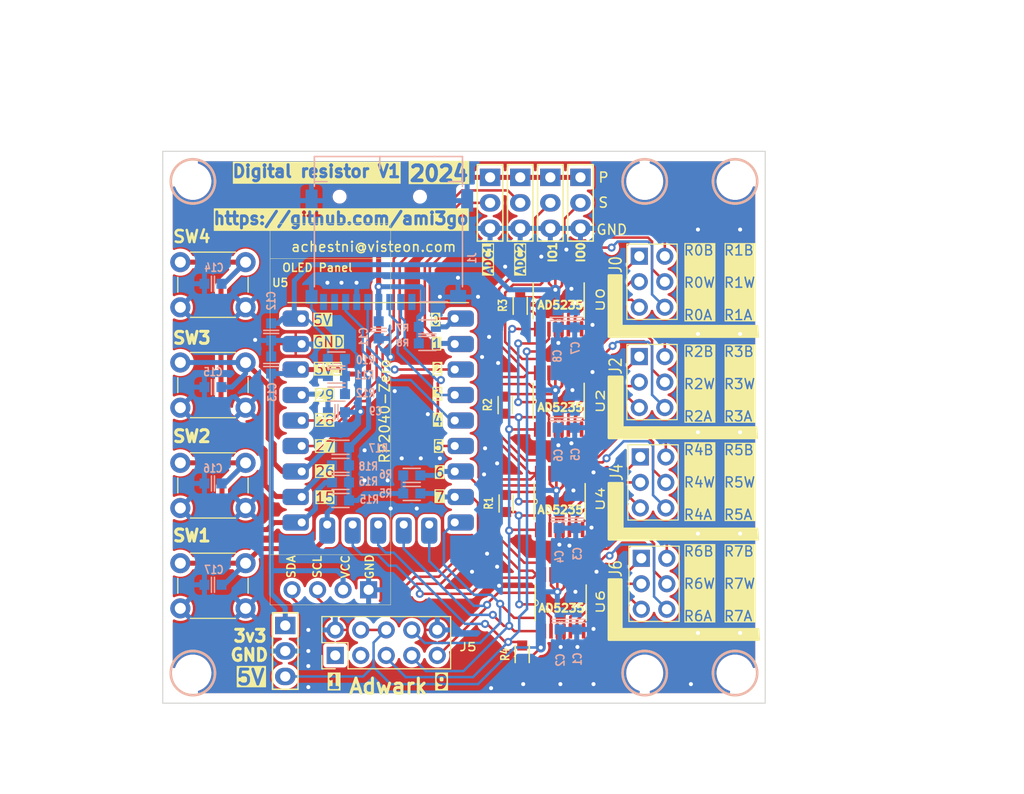
<source format=kicad_pcb>
(kicad_pcb (version 20221018) (generator pcbnew)
  (layers (0 "F.Cu" signal) (31 "B.Cu" signal) (34 "B.Paste" user) (35 "F.Paste" user) (36 "B.SilkS" user "B.Silkscreen") (37 "F.SilkS" user "F.Silkscreen") (38 "B.Mask" user) (39 "F.Mask" user) (44 "Edge.Cuts" user))
  (net 0 "")
  (net 1 "+3V3")
  (net 2 "GND")
  (net 3 "Net-(RZ1-GP15)")
  (net 4 "/CPU_RP2040-zero/SPI0_TX")
  (net 5 "/CPU_RP2040-zero/SPI0_RX")
  (net 6 "/CPU_RP2040-zero/SPI0_CS")
  (net 7 "/CPU_RP2040-zero/SPI0_SCK")
  (net 8 "/CPU_RP2040-zero/AD_RDY")
  (net 9 "+5V")
  (net 10 "/advark_connector/SCL")
  (net 11 "/AD5235-1/R0-B")
  (net 12 "/AD5235-1/R1-B")
  (net 13 "/AD5235-1/R0-W")
  (net 14 "/AD5235-1/R1-W")
  (net 15 "/AD5235-1/R0-A")
  (net 16 "/AD5235-1/R1-A")
  (net 17 "/AD5235-2/R0-B")
  (net 18 "/AD5235-2/R1-B")
  (net 19 "/AD5235-2/R0-W")
  (net 20 "/AD5235-2/R1-W")
  (net 21 "/AD5235-2/R0-A")
  (net 22 "/AD5235-2/R1-A")
  (net 23 "/AD5235-3/R0-B")
  (net 24 "/AD5235-3/R1-B")
  (net 25 "/AD5235-3/R0-W")
  (net 26 "/AD5235-3/R1-W")
  (net 27 "/AD5235-3/R0-A")
  (net 28 "/AD5235-3/R1-A")
  (net 29 "/AD5235-4/R0-B")
  (net 30 "/AD5235-4/R1-B")
  (net 31 "/AD5235-4/R0-W")
  (net 32 "/AD5235-4/R1-W")
  (net 33 "/AD5235-4/R0-A")
  (net 34 "/AD5235-4/R1-A")
  (net 35 "/SDO1-SDI2")
  (net 36 "/SDO2-SDI3")
  (net 37 "/SDO3-SDI4")
  (net 38 "/advark_connector/SDA")
  (net 39 "Net-(RZ1-GP26)")
  (net 40 "Net-(RZ1-GP14)")
  (net 41 "Net-(RZ1-GP13)")
  (net 42 "/CPU_RP2040-zero/SPI1_CS")
  (net 43 "/CPU_RP2040-zero/SPI1_RX")
  (net 44 "/CPU_RP2040-zero/SPI1_SCK")
  (net 45 "/CPU_RP2040-zero/SPI1_TX")
  (net 49 "/CPU_RP2040-zero/GP0")
  (net 50 "/CPU_RP2040-zero/I2C1_SCL")
  (net 51 "/CPU_RP2040-zero/I2C1_SDA")
  (net 52 "Net-(R10-Pad2)")
  (net 53 "/CPU_RP2040-zero/GP1")
  (net 54 "/CPU_RP2040-zero/ADC3")
  (net 55 "/CPU_RP2040-zero/ADC2")
  (net 56 "/CPU_RP2040-zero/ADC1")
  (footprint "Boards:SSD1306-0.91-OLED-4pin-128x32" (layer "F.Cu") (at 102.69 42.2 -90)
    (fp_text reference "U5")
    (fp_text value "~")
  )
  (footprint "Button_Switch_THT:SW_PUSH_6mm_H4.3mm" (layer "F.Cu") (at 88.25 70.55 180)
    (fp_text reference "SW2")
    (fp_text value "SW_Push" hide)
  )
  (footprint "Analog:SOP65P640X120-16N" (layer "F.Cu") (at 119.43 49.9 90)
    (fp_text reference "U0")
    (fp_text value "AD5235BRUZ250-R7" hide)
  )
  (footprint "MountingHole:MountingHole_3.2mm_M3_ISO14580" (layer "F.Cu") (at 83 87)
    (fp_text reference "H2" hide)
    (fp_text value "MountingHole" hide)
  )
  (footprint "MountingHole:MountingHole_3.2mm_M3_ISO14580" (layer "F.Cu") (at 137 87)
    (fp_text reference "H6" hide)
    (fp_text value "MountingHole" hide)
  )
  (footprint "Analog:SOP65P640X120-16N" (layer "F.Cu") (at 119.53 69.900001 90)
    (fp_text reference "U4")
    (fp_text value "AD5235BRUZ250-R7" hide)
  )
  (footprint "MountingHole:MountingHole_3.2mm_M3_ISO14580" (layer "F.Cu") (at 83 38)
    (fp_text reference "H3" hide)
    (fp_text value "MountingHole" hide)
  )
  (footprint "PCM_4ms_Connector:Pins_2x03_2.54mm_TH" (layer "F.Cu") (at 128.83 68.000001)
    (fp_text reference "J4")
    (fp_text value "Conn_02x03" hide)
  )
  (footprint "PCM_4ms_Connector:Pins_2x03_2.54mm_TH" (layer "F.Cu") (at 128.93 78.100001)
    (fp_text reference "J6")
    (fp_text value "Conn_02x03" hide)
  )
  (footprint "Button_Switch_THT:SW_PUSH_6mm_H4.3mm" (layer "F.Cu") (at 88.25 80.55 180)
    (fp_text reference "SW1")
    (fp_text value "SW_Push" hide)
  )
  (footprint "PCM_4ms_Connector:Pins_1x03_2.54mm_TH_AudioInsRGndL" (layer "F.Cu") (at 112.6 40.14)
    (fp_text reference "J10" hide)
    (fp_text value "Conn_01x03" hide)
  )
  (footprint "PCM_4ms_Connector:Pins_1x03_2.54mm_TH_AudioInsRGndL" (layer "F.Cu") (at 118.6 40.14)
    (fp_text reference "J8" hide)
    (fp_text value "Conn_01x03" hide)
  )
  (footprint "PCM_4ms_Resistor:R_0603" (layer "F.Cu") (at 115.6 50.4 -90)
    (fp_text reference "R3")
    (fp_text value "2.2k_0603" hide)
  )
  (footprint "PCM_4ms_Connector:Pins_1x03_2.54mm_TH_AudioInsRGndL" (layer "F.Cu") (at 121.6 40.14)
    (fp_text reference "J3" hide)
    (fp_text value "Conn_01x03" hide)
  )
  (footprint "MountingHole:MountingHole_3.2mm_M3_ISO14580" (layer "F.Cu") (at 128 38)
    (fp_text reference "H4" hide)
    (fp_text value "MountingHole" hide)
  )
  (footprint "PCM_4ms_Connector:Pins_1x03_2.54mm_TH_AudioInsRGndL" (layer "F.Cu") (at 115.6 40.14)
    (fp_text reference "J9" hide)
    (fp_text value "Conn_01x03" hide)
  )
  (footprint "PCM_4ms_Resistor:R_0603" (layer "F.Cu") (at 115.8 85.1 90)
    (fp_text reference "R4")
    (fp_text value "2.2k_0603" hide)
  )
  (footprint "Button_Switch_THT:SW_PUSH_6mm_H4.3mm" (layer "F.Cu") (at 88.25 50.55 180)
    (fp_text reference "SW4")
    (fp_text value "SW_Push" hide)
  )
  (footprint "MountingHole:MountingHole_3.2mm_M3_ISO14580" (layer "F.Cu") (at 137 38)
    (fp_text reference "H5" hide)
    (fp_text value "MountingHole" hide)
  )
  (footprint "PCM_4ms_Connector:Pins_1x03_2.54mm_TH_AudioInsRGndL" (layer "F.Cu") (at 92.2 84.8)
    (fp_text reference "J7" hide)
    (fp_text value "Conn_01x03" hide)
  )
  (footprint "Analog:SOP65P640X120-16N" (layer "F.Cu") (at 119.63 80 90)
    (fp_text reference "U6")
    (fp_text value "AD5235BRUZ250-R7" hide)
  )
  (footprint "PCM_4ms_Connector:Pins_2x03_2.54mm_TH" (layer "F.Cu") (at 128.73 48)
    (fp_text reference "J0")
    (fp_text value "Conn_02x03" hide)
  )
  (footprint "PCM_4ms_Resistor:R_0603" (layer "F.Cu") (at 114.1 60.3 -90)
    (fp_text reference "R2")
    (fp_text value "2.2k_0603" hide)
  )
  (footprint "Button_Switch_THT:SW_PUSH_6mm_H4.3mm" (layer "F.Cu") (at 88.25 60.55 180)
    (fp_text reference "SW3")
    (fp_text value "SW_Push" hide)
  )
  (footprint "Boards:RP2040-Zero" (layer "F.Cu") (at 91.3 74.53)
    (fp_text reference "RZ1")
    (fp_text value "RP2040-Zero")
  )
  (footprint "PCM_4ms_Connector:Pins_2x03_2.54mm_TH" (layer "F.Cu") (at 128.73 58.000001)
    (fp_text reference "J2")
    (fp_text value "Conn_02x03" hide)
  )
  (footprint "Connector_PinHeader_2.54mm:PinHeader_2x05_P2.54mm_Vertical" (layer "F.Cu") (at 97.18 85.24 90)
    (fp_text reference "J5")
    (fp_text value "Conn_02x05_Odd_Even" hide)
  )
  (footprint "MountingHole:MountingHole_3.2mm_M3_ISO14580" (layer "F.Cu") (at 128 87)
    (fp_text reference "H1" hide)
    (fp_text value "MountingHole" hide)
  )
  (footprint "PCM_4ms_Resistor:R_0603" (layer "F.Cu") (at 114.2 70.1 -90)
    (fp_text reference "R1")
    (fp_text value "2.2k_0603" hide)
  )
  (footprint "Analog:SOP65P640X120-16N" (layer "F.Cu") (at 119.43 59.900001 90)
    (fp_text reference "U2")
    (fp_text value "AD5235BRUZ250-R7" hide)
  )
  (footprint "PCM_4ms_Capacitor:C_0603" (layer "B.Cu") (at 90.8 56.3 90)
    (fp_text reference "C13")
    (fp_text value "100nF_0603_16V" hide)
  )
  (footprint "PCM_4ms_Resistor:R_0603" (layer "B.Cu") (at 97.7 69.8 180)
    (fp_text reference "R15")
    (fp_text value "10k_0603_0.1%" hide)
  )
  (footprint "PCM_4ms_Capacitor:C_0603" (layer "B.Cu") (at 97.3 61)
    (fp_text reference "C9")
    (fp_text value "100nF_0603_16V" hide)
  )
  (footprint "PCM_4ms_Resistor:R_0603" (layer "B.Cu") (at 97.3 55.7)
    (fp_text reference "R10")
    (fp_text value "10k_0603_0.1%" hide)
  )
  (footprint "PCM_4ms_Resistor:R_0603" (layer "B.Cu") (at 106.35 54.15)
    (fp_text reference "R8")
    (fp_text value "4.7k_0603" hide)
  )
  (footprint "PCM_4ms_Capacitor:C_0603" (layer "B.Cu") (at 121.03 61.700001 -90)
    (fp_text reference "C5")
    (fp_text value "100nF_0603_16V" hide)
  )
  (footprint "PCM_4ms_Resistor:R_0603" (layer "B.Cu") (at 97.3 59.2)
    (fp_text reference "R12")
    (fp_text value "10k_0603_0.1%" hide)
  )
  (footprint "PCM_4ms_Capacitor:C_0603" (layer "B.Cu") (at 85 78.2 180)
    (fp_text reference "C17")
    (fp_text value "100nF_0603_16V" hide)
  )
  (footprint "PCM_4ms_Resistor:R_0603" (layer "B.Cu") (at 106.35 52.5)
    (fp_text reference "R7")
    (fp_text value "4.7k_0603" hide)
  )
  (footprint "PCM_4ms_Capacitor:C_0603" (layer "B.Cu") (at 119.330001 51.7 -90)
    (fp_text reference "C8")
    (fp_text value "1uF_0603_25V" hide)
  )
  (footprint "PCM_4ms_Resistor:R_0603" (layer "B.Cu") (at 97.7 68 180)
    (fp_text reference "R16")
    (fp_text value "10k_0603_0.1%" hide)
  )
  (footprint "PCM_4ms_Capacitor:C_0603" (layer "B.Cu") (at 119.330001 61.700001 -90)
    (fp_text reference "C6")
    (fp_text value "1uF_0603_25V" hide)
  )
  (footprint "PCM_4ms_Capacitor:C_0603" (layer "B.Cu") (at 85 58.5 180)
    (fp_text reference "C15")
    (fp_text value "100nF_0603_16V" hide)
  )
  (footprint "PCM_4ms_Resistor:R_0603" (layer "B.Cu") (at 97.7 64.5 180)
    (fp_text reference "R17")
    (fp_text value "10k_0603_0.1%" hide)
  )
  (footprint "PCM_4ms_Capacitor:C_0603" (layer "B.Cu") (at 85 48.2 180)
    (fp_text reference "C14")
    (fp_text value "100nF_0603_16V" hide)
  )
  (footprint "PCM_4ms_Capacitor:C_0603" (layer "B.Cu") (at 121.23 81.8 -90)
    (fp_text reference "C1")
    (fp_text value "100nF_0603_16V" hide)
  )
  (footprint "PCM_4ms_Resistor:R_0603" (layer "B.Cu") (at 97.7 66.3 180)
    (fp_text reference "R18")
    (fp_text value "10k_0603_0.1%" hide)
  )
  (footprint "PCM_4ms_Capacitor:C_0603" (layer "B.Cu") (at 121.03 51.7 -90)
    (fp_text reference "C7")
    (fp_text value "100nF_0603_16V" hide)
  )
  (footprint "PCM_4ms_Capacitor:C_0603" (layer "B.Cu") (at 85 68.1 180)
    (fp_text reference "C16")
    (fp_text value "100nF_0603_16V" hide)
  )
  (footprint "PCM_4ms_Capacitor:C_0603" (layer "B.Cu") (at 101.5 52.8 -90)
    (fp_text reference "C11")
    (fp_text value "100nF_0603_16V" hide)
  )
  (footprint "PCM_4ms_Capacitor:C_0603" (layer "B.Cu") (at 119.430001 71.700001 -90)
    (fp_text reference "C4")
    (fp_text value "1uF_0603_25V" hide)
  )
  (footprint "PCM_4ms_Resistor:R_0603" (layer "B.Cu") (at 104.8 69.1)
    (fp_text reference "R5")
    (fp_text value "4.7k_0603" hide)
  )
  (footprint "PCM_4ms_Capacitor:C_0603" (layer "B.Cu") (at 90.8 53 -90)
    (fp_text reference "C12")
    (fp_text value "100nF_0603_16V" hide)
  )
  (footprint "PCM_4ms_Resistor:R_0603" (layer "B.Cu") (at 97.3 57.4 180)
    (fp_text reference "R11")
    (fp_text value "10k_0603_0.1%" hide)
  )
  (footprint "Connectors_local:J_SD_Card-micro_socket_A" (layer "B.Cu") (at 101.6 43 180)
    (fp_text reference "J1")
    (fp_text value "Micro_SD_Card_Det2" hide)
  )
  (footprint "PCM_4ms_Capacitor:C_0603" (layer "B.Cu") (at 121.13 71.700001 -90)
    (fp_text reference "C3")
    (fp_text value "100nF_0603_16V" hide)
  )
  (footprint "PCM_4ms_Capacitor:C_0603" (layer "B.Cu") (at 119.53 81.8 -90)
    (fp_text reference "C2")
    (fp_text value "1uF_0603_25V" hide)
  )
  (footprint "PCM_4ms_Resistor:R_0603" (layer "B.Cu") (at 104.8 67.3)
    (fp_text reference "R6")
    (fp_text value "4.7k_0603" hide)
  )
  (gr_circle (center 128 87) (end 125.797728 87) (stroke (width 0.25)) (fill none) (layer "B.SilkS"))
  (gr_circle (center 128 38) (end 125.797728 38) (stroke (width 0.25)) (fill none) (layer "B.SilkS"))
  (gr_circle (center 83 38) (end 80.797728 38) (stroke (width 0.25)) (fill none) (layer "B.SilkS"))
  (gr_circle (center 137 87) (end 134.797728 87) (stroke (width 0.25)) (fill none) (layer "B.SilkS"))
  (gr_circle (center 83 87) (end 80.797728 87) (stroke (width 0.25)) (fill none) (layer "B.SilkS"))
  (gr_circle (center 137 38) (end 134.797728 38) (stroke (width 0.25)) (fill none) (layer "B.SilkS"))
  (gr_circle (center 137 87) (end 139.202272 87) (stroke (width 0.25)) (fill none) (layer "F.SilkS"))
  (gr_circle (center 137 38) (end 139.202272 38) (stroke (width 0.25)) (fill none) (layer "F.SilkS"))
  (gr_circle (center 128 87) (end 130.202272 87) (stroke (width 0.25)) (fill none) (layer "F.SilkS"))
  (gr_circle (center 128 38) (end 130.202272 38) (stroke (width 0.25)) (fill none) (layer "F.SilkS"))
  (gr_circle (center 83 87) (end 85.202272 87) (stroke (width 0.25)) (fill none) (layer "F.SilkS"))
  (gr_circle (center 83 38) (end 85.202272 38) (stroke (width 0.25)) (fill none) (layer "F.SilkS"))
  (gr_line (start 80 35) (end 80 90) (stroke (width 0.1)) (layer "Edge.Cuts"))
  (gr_line (start 80 90) (end 140 90) (stroke (width 0.1)) (layer "Edge.Cuts"))
  (gr_line (start 80 35) (end 140 35) (stroke (width 0.1)) (layer "Edge.Cuts"))
  (gr_line (start 140 90) (end 140 35) (stroke (width 0.1)) (layer "Edge.Cuts"))
  (gr_text "achestni@visteon.com" (at 92.7 45.1) (layer "F.SilkS") (effects (font (size 1 1)) (justify left bottom)))
  (gr_text "AD5235" (at 117.2 71.2) (layer "F.SilkS") (effects (font (size 0.8 0.8) (thickness 0.2) bold) (justify left bottom)))
  (gr_text "5" (at 106.9 65) (layer "F.SilkS" knockout) (effects (font (size 1 1)) (justify left bottom)))
  (gr_text "R7B\n\nR7W\n\nR7A" (at 135.8 81.9) (layer "F.SilkS" knockout) (effects (font (size 1 1)) (justify left bottom)))
  (gr_text "1" (at 106.7 54.8) (layer "F.SilkS" knockout) (effects (font (size 1 1)) (justify left bottom)))
  (gr_text "1" (at 96.3 88.6) (layer "F.SilkS" knockout) (effects (font (size 1.2 1.2) (thickness 0.3) bold) (justify left bottom)))
  (gr_text "7" (at 107 70) (layer "F.SilkS" knockout) (effects (font (size 1 1)) (justify left bottom)))
  (gr_text "ADC2" (at 116.1 47.4 90) (layer "F.SilkS" knockout) (effects (font (size 0.8 0.8) (thickness 0.2) bold) (justify left bottom)))
  (gr_text "R5B\n\nR5W\n\nR5A" (at 135.8 71.8) (layer "F.SilkS" knockout) (effects (font (size 1 1)) (justify left bottom)))
  (gr_text "4" (at 106.8 62.4) (layer "F.SilkS" knockout) (effects (font (size 1 1)) (justify left bottom)))
  (gr_text "AD5235" (at 117.2 61) (layer "F.SilkS") (effects (font (size 0.8 0.8) (thickness 0.2) bold) (justify left bottom)))
  (gr_text "GND" (at 123.1 43.4) (layer "F.SilkS") (effects (font (size 1 1)) (justify left bottom)))
  (gr_text "29" (at 95.1 59.9) (layer "F.SilkS" knockout) (effects (font (size 1 1)) (justify left bottom)))
  (gr_text "5V" (at 87.2 88.3) (layer "F.SilkS" knockout) (effects (font (size 1.5 1.5) (thickness 0.3) bold) (justify left bottom)))
  (gr_text "GND" (at 86.6 85.9) (layer "F.SilkS") (effects (font (size 1.2 1.2) (thickness 0.3) bold) (justify left bottom)))
  (gr_text "27" (at 95.1 65) (layer "F.SilkS" knockout) (effects (font (size 1 1)) (justify left bottom)))
  (gr_text "2 " (at 106.8 57.3) (layer "F.SilkS" knockout) (effects (font (size 1 1)) (justify left bottom)))
  (gr_text "9" (at 107 88.6) (layer "F.SilkS" knockout) (effects (font (size 1.2 1.2) (thickness 0.3) bold) (justify left bottom)))
  (gr_text "AD5235" (at 117.3 81) (layer "F.SilkS") (effects (font (size 0.8 0.8) (thickness 0.2) bold) (justify left bottom)))
  (gr_text "5V" (at 94.9 52.4) (layer "F.SilkS" knockout) (effects (font (size 1 1)) (justify left bottom)))
  (gr_text "AD5235" (at 117.2 50.8) (layer "F.SilkS") (effects (font (size 0.8 0.8) (thickness 0.2) bold) (justify left bottom)))
  (gr_text "0" (at 106.6 52.4) (layer "F.SilkS" knockout) (effects (font (size 1 1)) (justify left bottom)))
  (gr_text "S" (at 123.3 40.7) (layer "F.SilkS") (effects (font (size 1 1)) (justify left bottom)))
  (gr_text "Digital resistor V1" (at 86.8 37.7) (layer "F.SilkS" knockout) (effects (font (size 1.2 1.2) (thickness 0.3) bold) (justify left bottom)))
  (gr_text "3\n" (at 106.8 59.8) (layer "F.SilkS" knockout) (effects (font (size 1 1)) (justify left bottom)))
  (gr_text "R4B\n\nR4W\n\nR4A" (at 131.8 71.8) (layer "F.SilkS" knockout) (effects (font (size 1 1)) (justify left bottom)))
  (gr_text "R3B\n\nR3W\n\nR3A" (at 135.8 62) (layer "F.SilkS" knockout) (effects (font (size 1 1)) (justify left bottom)))
  (gr_text "26" (at 95.1 67.5) (layer "F.SilkS" knockout) (effects (font (size 1 1)) (justify left bottom)))
  (gr_text "3V3" (at 95 57.3) (layer "F.SilkS" knockout) (effects (font (size 1 1)) (justify left bottom)))
  (gr_text "R2B\n\nR2W\n\nR2A" (at 131.8 62) (layer "F.SilkS" knockout) (effects (font (size 1 1)) (justify left bottom)))
  (gr_text "P" (at 123.3 38.2) (layer "F.SilkS") (effects (font (size 1 1)) (justify left bottom)))
  (gr_text "IO1" (at 119.3 46.2 90) (layer "F.SilkS") (effects (font (size 0.8 0.8) (thickness 0.2) bold) (justify left bottom)))
  (gr_text "2024" (at 104.4 38.1) (layer "F.SilkS" knockout) (effects (font (size 1.5 1.5) (thickness 0.375) bold) (justify left bottom)))
  (gr_text "GND\n" (at 94.9 54.6) (layer "F.SilkS" knockout) (effects (font (size 1 1)) (justify left bottom)))
  (gr_text "15" (at 95.1 70.1) (layer "F.SilkS" knockout) (effects (font (size 1 1)) (justify left bottom)))
  (gr_text "R0B\n\nR0W\n\nR0A" (at 131.8 51.9) (layer "F.SilkS" knockout) (effects (font (size 1 1)) (justify left bottom)))
  (gr_text "https://github.com/ami3go" (at 84.9 42.4) (layer "F.SilkS" knockout) (effects (font (size 1.2 1.2) (thickness 0.3) bold) (justify left bottom)))
  (gr_text "ADC1" (at 112.9 47.4 90) (layer "F.SilkS" knockout) (effects (font (size 0.8 0.8) (thickness 0.2) bold) (justify left bottom)))
  (gr_text "R6B\n\nR6W\n\nR6A" (at 131.8 81.9) (layer "F.SilkS" knockout) (effects (font (size 1 1)) (justify left bottom)))
  (gr_text "3v3" (at 86.9 84) (layer "F.SilkS") (effects (font (size 1.2 1.2) (thickness 0.3) bold) (justify left bottom)))
  (gr_text "IO0" (at 122.1 46.2 90) (layer "F.SilkS") (effects (font (size 0.8 0.8) (thickness 0.2) bold) (justify left bottom)))
  (gr_text "6" (at 107 67.6) (layer "F.SilkS" knockout) (effects (font (size 1 1)) (justify left bottom)))
  (gr_text "R1B\n\nR1W\n\nR1A" (at 135.8 51.9) (layer "F.SilkS" knockout) (effects (font (size 1 1)) (justify left bottom)))
  (gr_text "28" (at 95.1 62.4) (layer "F.SilkS" knockout) (effects (font (size 1 1)) (justify left bottom)))
  (gr_text "Adwark\n" (at 98.4 89.2) (layer "F.SilkS") (effects (font (size 1.5 1.5) (thickness 0.3) bold) (justify left bottom)))
  (segment (start 100.5 57.2) (end 98.1 57.2) (width 0.5) (layer "F.Cu") (net 1))
  (segment (start 100.5 54) (end 101.5 53) (width 0.5) (layer "F.Cu") (net 1))
  (segment (start 101.5 45.3) (end 101.5 48.5) (width 0.5) (layer "F.Cu") (net 1))
  (segment (start 101.5 53) (end 101.5 48.5) (width 0.5) (layer "F.Cu") (net 1))
  (segment (start 100.5 57.2) (end 100.5 54) (width 0.5) (layer "F.Cu") (net 1))
  (segment (start 94.05 56.75) (end 93.84 56.75) (width 0.5) (layer "F.Cu") (net 1))
  (segment (start 97.65 56.75) (end 93.84 56.75) (width 0.5) (layer "F.Cu") (net 1))
  (segment (start 109.2 37.6) (end 101.5 45.3) (width 0.5) (layer "F.Cu") (net 1))
  (segment (start 98.1 57.2) (end 97.65 56.75) (width 0.5) (layer "F.Cu") (net 1))
  (segment (start 93.84 56.75) (end 92.15 56.75) (width 0.5) (layer "F.Cu") (net 1))
  (segment (start 121.6 37.6) (end 109.2 37.6) (width 0.5) (layer "F.Cu") (net 1))
  (via (at 100.5 57.2) (size 0.8) (drill 0.4) (layers "F.Cu" "B.Cu") (net 1))
  (via (at 101.5 48.5) (size 0.8) (drill 0.4) (layers "F.Cu" "B.Cu") (net 1))
  (segment (start 105.9 48.7) (end 105.9 51.1) (width 0.5) (layer "B.Cu") (net 1))
  (segment (start 100.1 69.1) (end 103.95 69.1) (width 0.5) (layer "B.Cu") (net 1))
  (segment (start 101.515032 50.021855) (end 101.515032 51.934968) (width 0.5) (layer "B.Cu") (net 1))
  (segment (start 103.95 67.3) (end 103.95 69.1) (width 0.5) (layer "B.Cu") (net 1))
  (segment (start 91 76.8) (end 90.8 77) (width 0.5) (layer "B.Cu") (net 1))
  (segment (start 90.8 57.15) (end 93.44 57.15) (width 0.5) (layer "B.Cu") (net 1))
  (segment (start 90.8 79.1) (end 90.8 76.1) (width 0.5) (layer "B.Cu") (net 1))
  (segment (start 90.8 76.1) (end 90.8 57.15) (width 0.5) (layer "B.Cu") (net 1))
  (segment (start 101.5 48.5) (end 105.7 48.5) (width 0.5) (layer "B.Cu") (net 1))
  (segment (start 100.5 62.55) (end 98.55 64.5) (width 0.5) (layer "B.Cu") (net 1))
  (segment (start 105.9 51.1) (end 105.5 51.5) (width 0.5) (layer "B.Cu") (net 1))
  (segment (start 92.2 82.26) (end 92.2 80.5) (width 0.5) (layer "B.Cu") (net 1))
  (segment (start 90.8 77) (end 90.8 76.1) (width 0.5) (layer "B.Cu") (net 1))
  (segment (start 98.55 64.5) (end 98.55 69.8) (width 0.5) (layer "B.Cu") (net 1))
  (segment (start 105.5 51.5) (end 105.5 52.5) (width 0.5) (layer "B.Cu") (net 1))
  (segment (start 93.44 57.15) (end 93.84 56.75) (width 0.5) (layer "B.Cu") (net 1))
  (segment (start 101.5 50.006823) (end 101.515032 50.021855) (width 0.5) (layer "B.Cu") (net 1))
  (segment (start 97.96 77.36) (end 97.4 76.8) (width 0.5) (layer "B.Cu") (net 1))
  (segment (start 105.5 52.5) (end 105.5 54.15) (width 0.5) (layer "B.Cu") (net 1))
  (segment (start 100.5 57.2) (end 100.5 62.55) (width 0.5) (layer "B.Cu") (net 1))
  (segment (start 92.2 80.5) (end 90.8 79.1) (width 0.5) (layer "B.Cu") (net 1))
  (segment (start 105.7 48.5) (end 105.9 48.7) (width 0.5) (layer "B.Cu") (net 1))
  (segment (start 99.4 69.8) (end 100.1 69.1) (width 0.5) (layer "B.Cu") (net 1))
  (segment (start 98.55 69.8) (end 99.4 69.8) (width 0.5) (layer "B.Cu") (net 1))
  (segment (start 101.5 48.5) (end 101.5 50.006823) (width 0.5) (layer "B.Cu") (net 1))
  (segment (start 101.515032 51.934968) (end 101.5 51.95) (width 0.5) (layer "B.Cu") (net 1))
  (segment (start 97.96 78.7) (end 97.96 77.36) (width 0.5) (layer "B.Cu") (net 1))
  (segment (start 97.4 76.8) (end 91 76.8) (width 0.5) (layer "B.Cu") (net 1))
  (segment (start 119.9602 84.0698) (end 119.63 84.4) (width 0.25) (layer "F.Cu") (net 2))
  (segment (start 119.7602 52.7194) (end 119.7602 53.7398) (width 0.25) (layer "F.Cu") (net 2))
  (segment (start 119.2998 84.0698) (end 119.63 84.4) (width 0.25) (layer "F.Cu") (net 2))
  (segment (start 119.1998 73.8998) (end 119.5 74.2) (width 0.25) (layer "F.Cu") (net 2))
  (segment (start 119.2998 82.8194) (end 119.2998 84.0698) (width 0.25) (layer "F.Cu") (net 2))
  (segment (start 119.1998 72.719401) (end 119.1998 73.8998) (width 0.25) (layer "F.Cu") (net 2))
  (segment (start 119.4 64.3) (end 119.0998 63.9998) (width 0.25) (layer "F.Cu") (net 2))
  (segment (start 119.8602 72.719401) (end 119.8602 73.8398) (width 0.25) (layer "F.Cu") (net 2))
  (segment (start 119.7602 63.9398) (end 119.7602 62.719401) (width 0.25) (layer "F.Cu") (net 2))
  (segment (start 119.0998 63.9998) (end 119.0998 62.719401) (width 0.25) (layer "F.Cu") (net 2))
  (segment (start 119.8602 73.8398) (end 119.5 74.2) (width 0.25) (layer "F.Cu") (net 2))
  (segment (start 119.0998 52.7194) (end 119.0998 53.7998) (width 0.25) (layer "F.Cu") (net 2))
  (segment (start 119.7602 53.7398) (end 119.4 54.1) (width 0.25) (layer "F.Cu") (net 2))
  (segment (start 119.0998 53.7998) (end 119.4 54.1) (width 0.25) (layer "F.Cu") (net 2))
  (segment (start 119.4 64.3) (end 119.7602 63.9398) (width 0.25) (layer "F.Cu") (net 2))
  (segment (start 119.9602 82.8194) (end 119.9602 84.0698) (width 0.25) (layer "F.Cu") (net 2))
  (via (at 102.4 67.8) (size 0.8) (drill 0.4) (layers "F.Cu" "B.Cu") (net 2))
  (via (at 89.2 53.8) (size 0.8) (drill 0.4) (layers "F.Cu" "B.Cu") (net 2))
  (via (at 102.7 55.5) (size 0.8) (drill 0.4) (layers "F.Cu" "B.Cu") (net 2))
  (via (at 120.7 48.7) (size 0.8) (drill 0.4) (layers "F.Cu" "B.Cu") (net 2))
  (via (at 113.5 78.3) (size 0.8) (drill 0.4) (layers "F.Cu" "B.Cu") (net 2))
  (via (at 94.5 86.3) (size 0.8) (drill 0.4) (layers "F.Cu" "B.Cu") (net 2))
  (via (at 122.9 67) (size 0.8) (drill 0.4) (layers "F.Cu" "B.Cu") (net 2))
  (via (at 99.3 48.1) (size 0.8) (drill 0.4) (layers "F.Cu" "B.Cu") (net 2))
  (via (at 119.5 74.2) (size 0.8) (drill 0.4) (layers "F.Cu" "B.Cu") (net 2))
  (via (at 123.2 76.9) (size 0.8) (drill 0.4) (layers "F.Cu" "B.Cu") (net 2))
  (via (at 109.4 47.6) (size 0.8) (drill 0.4) (layers "F.Cu" "B.Cu") (net 2))
  (via (at 113.4 56.1) (size 0.8) (drill 0.4) (layers "F.Cu" "B.Cu") (net 2))
  (via (at 112.3 75.1) (size 0.8) (drill 0.4) (layers "F.Cu" "B.Cu") (net 2))
  (via (at 119.63 84.4) (size 0.8) (drill 0.4) (layers "F.Cu" "B.Cu") (net 2))
  (via (at 99.699874 60.945279) (size 0.8) (drill 0.4) (layers "F.Cu" "B.Cu") (net 2))
  (via (at 114.1 46.5) (size 0.8) (drill 0.4) (layers "F.Cu" "B.Cu") (net 2))
  (via (at 94.5 82.7) (size 0.8) (drill 0.4) (layers "F.Cu" "B.Cu") (net 2))
  (via (at 132.6 88.1) (size 0.8) (drill 0.4) (layers "F.Cu" "B.Cu") (net 2))
  (via (at 122.7 72.5) (size 0.8) (drill 0.4) (layers "F.Cu" "B.Cu") (net 2))
  (via (at 105.3 70.6) (size 0.8) (drill 0.4) (layers "F.Cu" "B.Cu") (net 2))
  (via (at 121.1 78.9) (size 0.8) (drill 0.4) (layers "F.Cu" "B.Cu") (net 2))
  (via (at 112 67.2) (size 0.8) (drill 0.4) (layers "F.Cu" "B.Cu") (net 2))
  (via (at 120.5 74.3) (size 0.8) (drill 0.4) (layers "F.Cu" "B.Cu") (net 2))
  (via (at 97.8 48.1) (size 0.8) (drill 0.4) (layers "F.Cu" "B.Cu") (net 2))
  (via (at 137.5 83) (size 0.8) (drill 0.4) (layers "F.Cu" "B.Cu") (net 2))
  (via (at 133.3 83) (size 0.8) (drill 0.4) (layers "F.Cu" "B.Cu") (net 2))
  (via (at 133.3 53.2) (size 0.8) (drill 0.4) (layers "F.Cu" "B.Cu") (net 2))
  (via (at 137.5 73.1) (size 0.8) (drill 0.4) (layers "F.Cu" "B.Cu") (net 2))
  (via (at 112.7 88.5) (size 0.8) (drill 0.4) (layers "F.Cu" "B.Cu") (net 2))
  (via (at 115.9 88.1) (size 0.8) (drill 0.4) (layers "F.Cu" "B.Cu") (net 2))
  (via (at 137.5 53.2) (size 0.8) (drill 0.4) (layers "F.Cu" "B.Cu") (net 2))
  (via (at 122.8 52.3) (size 0.8) (drill 0.4) (layers "F.Cu" "B.Cu") (net 2))
  (via (at 133.3 63) (size 0.8) (drill 0.4) (layers "F.Cu" "B.Cu") (net 2))
  (via (at 113.3 66.1) (size 0.8) (drill 0.4) (layers "F.Cu" "B.Cu") (net 2))
  (via (at 119.6 88.1) (size 0.8) (drill 0.4) (layers "F.Cu" "B.Cu") (net 2))
  (via (at 122.8 57) (size 0.8) (drill 0.4) (layers "F.Cu" "B.Cu") (net 2))
  (via (at 133.3 73.1) (size 0.8) (drill 0.4) (layers "F.Cu" "B.Cu") (net 2))
  (via (at 112.1 64.6) (size 0.8) (drill 0.4) (layers "F.Cu" "B.Cu") (net 2))
  (via (at 103.1 58.9) (size 0.8) (drill 0.4) (layers "F.Cu" "B.Cu") (net 2))
  (via (at 117.7 45.5) (size 0.8) (drill 0.4) (layers "F.Cu" "B.Cu") (net 2))
  (via (at 94.5 84.8) (size 0.8) (drill 0.4) (layers "F.Cu" "B.Cu") (net 2))
  (via (at 103.8 65.6) (size 0.8) (drill 0.4) (layers "F.Cu" "B.Cu") (net 2))
  (via (at 107.6 65.6) (size 0.8) (drill 0.4) (layers "F.Cu" "B.Cu") (net 2))
  (via (at 100.1 67.8) (size 0.8) (drill 0.4) (layers "F.Cu" "B.Cu") (net 2))
  (via (at 120.8 58.8) (size 0.8) (drill 0.4) (layers "F.Cu" "B.Cu") (net 2))
  (via (at 119.4 54.1) (size 0.8) (drill 0.4) (layers "F.Cu" "B.Cu") (net 2))
  (via (at 96.4 48.1) (size 0.8) (drill 0.4) (layers "F.Cu" "B.Cu") (net 2))
  (via (at 110.8 76.9) (size 0.8) (drill 0.4) (layers "F.Cu" "B.Cu") (net 2))
  (via (at 107.6 49.5) (size 0.8) (drill 0.4) (layers "F.Cu" "B.Cu") (net 2))
  (via (at 137.5 42.8) (size 0.8) (drill 0.4) (layers "F.Cu" "B.Cu") (net 2))
  (via (at 120.2 44.8) (size 0.8) (drill 0.4) (layers "F.Cu" "B.Cu") (net 2))
  (via (at 120.7 64.1) (size 0.8) (drill 0.4) (layers "F.Cu" "B.Cu") (net 2))
  (via (at 111.4 49.5) (size 0.8) (drill 0.4) (layers "F.Cu" "B.Cu") (net 2))
  (via (at 111.8 55.5) (size 0.8) (drill 0.4) (layers "F.Cu" "B.Cu") (net 2))
  (via (at 105.7 65.6) (size 0.8) (drill 0.4) (layers "F.Cu" "B.Cu") (net 2))
  (via (at 106.4 61.2) (size 0.8) (drill 0.4) (layers "F.Cu" "B.Cu") (net 2))
  (via (at 122.9 82.6) (size 0.8) (drill 0.4) (layers "F.Cu" "B.Cu") (net 2))
  (via (at 122.9 88.1) (size 0.8) (drill 0.4) (layers "F.Cu" "B.Cu") (net 2))
  (via (at 102.7 70.6) (size 0.8) (drill 0.4) (layers "F.Cu" "B.Cu") (net 2))
  (via (at 112.5 53.5) (size 0.8) (drill 0.4) (layers "F.Cu" "B.Cu") (net 2))
  (via (at 100.1 64.8) (size 0.8) (drill 0.4) (layers "F.Cu" "B.Cu") (net 2))
  (via (at 137.5 63) (size 0.8) (drill 0.4) (layers "F.Cu" "B.Cu") (net 2))
  (via (at 120.9 68.8) (size 0.8) (drill 0.4) (layers "F.Cu" "B.Cu") (net 2))
  (via (at 94.5 88.4) (size 0.8) (drill 0.4) (layers "F.Cu" "B.Cu") (net 2))
  (via (at 133.3 42.8) (size 0.8) (drill 0.4) (layers "F.Cu" "B.Cu") (net 2))
  (via (at 119.4 64.3) (size 0.8) (drill 0.4) (layers "F.Cu" "B.Cu") (net 2))
  (via (at 121.3 84.4) (size 0.8) (drill 0.4) (layers "F.Cu" "B.Cu") (net 2))
  (via (at 113.3 76.4) (size 0.8) (drill 0.4) (layers "F.Cu" "B.Cu") (net 2))
  (segment (start 99.7 55.6) (end 94.815032 50.715032) (width 0.25) (layer "B.Cu") (net 2))
  (segment (start 95.3 54.9) (end 94.61 54.21) (width 0.25) (layer "B.Cu") (net 2))
  (segment (start 90.8 53.85) (end 90.8 55.45) (width 0.25) (layer "B.Cu") (net 2))
  (segment (start 102.7 55.5) (end 102.4 55.2) (width 0.25) (layer "B.Cu") (net 2))
  (segment (start 102.4 55.2) (end 102.3 55.2) (width 0.25) (layer "B.Cu") (net 2))
  (segment (start 94.61 54.21) (end 93.84 54.21) (width 0.25) (layer "B.Cu") (net 2))
  (segment (start 102.6 55.5) (end 101.5 54.4) (width 0.25) (layer "B.Cu") (net 2))
  (segment (start 99.699874 60.945279) (end 99.645153 61) (width 0.25) (layer "B.Cu") (net 2))
  (segment (start 102.3 55.2) (end 102.3 55.2) (width 0.25) (layer "B.Cu") (net 2))
  (segment (start 96.1 57.4) (end 95.3 56.6) (width 0.25) (layer "B.Cu") (net 2))
  (segment (start 95.3 56.6) (end 95.3 54.9) (width 0.25) (layer "B.Cu") (net 2))
  (segment (start 101.5 54.4) (end 101.5 53.65) (width 0.25) (layer "B.Cu") (net 2))
  (segment (start 99.645153 61) (end 98.15 61) (width 0.25) (layer "B.Cu") (net 2))
  (segment (start 99.7 60.945153) (end 99.7 55.6) (width 0.25) (layer "B.Cu") (net 2))
  (segment (start 94.815032 50.715032) (end 94.815032 49.521855) (width 0.25) (layer "B.Cu") (net 2))
  (segment (start 102.7 55.5) (end 102.6 55.5) (width 0.25) (layer "B.Cu") (net 2))
  (segment (start 90.8 53.85) (end 93.48 53.85) (width 0.5) (layer "B.Cu") (net 2))
  (segment (start 93.48 53.85) (end 93.84 54.21) (width 0.25) (layer "B.Cu") (net 2))
  (segment (start 96.45 57.4) (end 96.1 57.4) (width 0.25) (layer "B.Cu") (net 2))
  (segment (start 99.699874 60.945279) (end 99.7 60.945153) (width 0.25) (layer "B.Cu") (net 2))
  (segment (start 85.8 60.4) (end 90.2 64.8) (width 0.5) (layer "F.Cu") (net 3))
  (segment (start 93.79 69.4) (end 93.84 69.45) (width 0.5) (layer "F.Cu") (net 3))
  (segment (start 90.2 68.3) (end 91.3 69.4) (width 0.5) (layer "F.Cu") (net 3))
  (segment (start 81.75 46.05) (end 88.25 46.05) (width 0.5) (layer "F.Cu") (net 3))
  (segment (start 85.8 48.5) (end 85.8 60.4) (width 0.5) (layer "F.Cu") (net 3))
  (segment (start 91.3 69.4) (end 93.79 69.4) (width 0.5) (layer "F.Cu") (net 3))
  (segment (start 88.25 46.05) (end 85.8 48.5) (width 0.5) (layer "F.Cu") (net 3))
  (segment (start 90.2 64.8) (end 90.2 68.3) (width 0.5) (layer "F.Cu") (net 3))
  (segment (start 96.7 66.3) (end 93.84 69.16) (width 0.5) (layer "B.Cu") (net 3))
  (segment (start 86.1 48.2) (end 85.85 48.2) (width 0.25) (layer "B.Cu") (net 3))
  (segment (start 93.84 69.16) (end 93.84 69.45) (width 0.5) (layer "B.Cu") (net 3))
  (segment (start 96.85 66.3) (end 96.7 66.3) (width 0.5) (layer "B.Cu") (net 3))
  (segment (start 88.25 46.05) (end 86.1 48.2) (width 0.5) (layer "B.Cu") (net 3))
  (segment (start 102.615032 51.315032) (end 103.4 52.1) (width 0.25) (layer "B.Cu") (net 4))
  (segment (start 107.59 59.29) (end 109.08 59.29) (width 0.25) (layer "B.Cu") (net 4))
  (segment (start 103.4 52.1) (end 103.4 55.1) (width 0.25) (layer "B.Cu") (net 4))
  (segment (start 102.615032 50.021855) (end 102.615032 51.315032) (width 0.25) (layer "B.Cu") (net 4))
  (segment (start 103.4 55.1) (end 107.59 59.29) (width 0.25) (layer "B.Cu") (net 4))
  (segment (start 99.9 54.9) (end 102.8 57.8) (width 0.25) (layer "B.Cu") (net 5))
  (segment (start 98.215032 50.021855) (end 98.215032 50.915032) (width 0.25) (layer "B.Cu") (net 5))
  (segment (start 102.8 57.8) (end 104.7 57.8) (width 0.25) (layer "B.Cu") (net 5))
  (segment (start 99.9 52.6) (end 99.9 54.9) (width 0.25) (layer "B.Cu") (net 5))
  (segment (start 98.215032 50.915032) (end 99.9 52.6) (width 0.25) (layer "B.Cu") (net 5))
  (segment (start 108.73 61.83) (end 109.08 61.83) (width 0.25) (layer "B.Cu") (net 5))
  (segment (start 104.7 57.8) (end 108.73 61.83) (width 0.25) (layer "B.Cu") (net 5))
  (segment (start 107.7 57.8) (end 107.4 58.1) (width 0.25) (layer "F.Cu") (net 6))
  (segment (start 107.4 58.1) (end 107.4 64) (width 0.25) (layer "F.Cu") (net 6))
  (segment (start 107.4 64) (end 107.77 64.37) (width 0.25) (layer "F.Cu") (net 6))
  (segment (start 107.77 64.37) (end 109.08 64.37) (width 0.25) (layer "F.Cu") (net 6))
  (via (at 107.7 57.8) (size 0.8) (drill 0.4) (layers "F.Cu" "B.Cu") (net 6))
  (segment (start 104.1 51.9) (end 103.715032 51.515032) (width 0.25) (layer "B.Cu") (net 6))
  (segment (start 104.1 54.6) (end 104.1 51.9) (width 0.25) (layer "B.Cu") (net 6))
  (segment (start 107.3 57.8) (end 104.1 54.6) (width 0.25) (layer "B.Cu") (net 6))
  (segment (start 107.7 57.8) (end 107.3 57.8) (width 0.25) (layer "B.Cu") (net 6))
  (segment (start 103.715032 51.515032) (end 103.715032 50.021855) (width 0.25) (layer "B.Cu") (net 6))
  (segment (start 103.1 56.75) (end 109.08 56.75) (width 0.25) (layer "F.Cu") (net 7))
  (via (at 103.1 56.75) (size 0.8) (drill 0.4) (layers "F.Cu" "B.Cu") (net 7))
  (segment (start 102.65 56.75) (end 100.415032 54.515032) (width 0.25) (layer "B.Cu") (net 7))
  (segment (start 103.1 56.75) (end 102.65 56.75) (width 0.25) (layer "B.Cu") (net 7))
  (segment (start 100.415032 54.515032) (end 100.415032 50.021855) (width 0.25) (layer "B.Cu") (net 7))
  (segment (start 110.7 79.1) (end 105.6 79.1) (width 0.25) (layer "F.Cu") (net 8))
  (segment (start 116.624601 67.7) (end 113.1 67.7) (width 0.25) (layer "F.Cu") (net 8))
  (segment (start 114.5 47.7) (end 113.5 48.7) (width 0.25) (layer "F.Cu") (net 8))
  (segment (start 116.8194 76.8) (end 117.2 77.1806) (width 0.25) (layer "F.Cu") (net 8))
  (segment (start 112.3 62.8) (end 116.580601 67.080601) (width 0.25) (layer "F.Cu") (net 8))
  (segment (start 116.380601 57.080601) (end 116.380601 57.1) (width 0.25) (layer "F.Cu") (net 8))
  (segment (start 117.344 77.1806) (end 117.2 77.1806) (width 0.25) (layer "F.Cu") (net 8))
  (segment (start 113.5 48.7) (end 113.5 54.2) (width 0.25) (layer "F.Cu") (net 8))
  (segment (start 112.3 77.5) (end 110.7 79.1) (width 0.25) (layer "F.Cu") (net 8))
  (segment (start 116.380601 57.1) (end 115.980601 57.5) (width 0.25) (layer "F.Cu") (net 8))
  (segment (start 115.6 76.8) (end 116.8194 76.8) (width 0.25) (layer "F.Cu") (net 8))
  (segment (start 117.244 67.080601) (end 116.624601 67.7) (width 0.25) (layer "F.Cu") (net 8))
  (segment (start 112.3 58.1) (end 112.3 62.8) (width 0.25) (layer "F.Cu") (net 8))
  (segment (start 116.380601 57.080601) (end 117.144 57.080601) (width 0.25) (layer "F.Cu") (net 8))
  (segment (start 116.8806 77.5) (end 112.3 77.5) (width 0.25) (layer "F.Cu") (net 8))
  (segment (start 116.95 47.7) (end 114.5 47.7) (width 0.25) (layer "F.Cu") (net 8))
  (segment (start 112.9 57.5) (end 112.3 58.1) (width 0.25) (layer "F.Cu") (net 8))
  (segment (start 113.1 67.7) (end 112.4 68.4) (width 0.25) (layer "F.Cu") (net 8))
  (segment (start 116.580601 67.080601) (end 117.244 67.080601) (width 0.25) (layer "F.Cu") (net 8))
  (segment (start 117.2 77.1806) (end 116.8806 77.5) (width 0.25) (layer "F.Cu") (net 8))
  (segment (start 113.5 54.2) (end 116.380601 57.080601) (width 0.25) (layer "F.Cu") (net 8))
  (segment (start 115.980601 57.5) (end 112.9 57.5) (width 0.25) (layer "F.Cu") (net 8))
  (segment (start 117.144 47.506) (end 116.95 47.7) (width 0.25) (layer "F.Cu") (net 8))
  (segment (start 117.144 47.0806) (end 117.144 47.506) (width 0.25) (layer "F.Cu") (net 8))
  (segment (start 112.4 68.4) (end 112.4 73.6) (width 0.25) (layer "F.Cu") (net 8))
  (segment (start 112.4 73.6) (end 115.6 76.8) (width 0.25) (layer "F.Cu") (net 8))
  (via (at 105.6 79.1) (size 0.8) (drill 0.4) (layers "F.Cu" "B.Cu") (net 8))
  (segment (start 98.92 74.32) (end 99.8 75.2) (width 0.25) (layer "B.Cu") (net 8))
  (segment (start 105.6 78.65) (end 105.6 79.1) (width 0.25) (layer "B.Cu") (net 8))
  (segment (start 105.6 79.1) (end 105.7 79.1) (width 0.25) (layer "B.Cu") (net 8))
  (segment (start 99.8 75.2) (end 101.4 75.2) (width 0.25) (layer "B.Cu") (net 8))
  (segment (start 103.25 76.3) (end 105.6 78.65) (width 0.25) (layer "B.Cu") (net 8))
  (segment (start 102.5 76.3) (end 103.25 76.3) (width 0.25) (layer "B.Cu") (net 8))
  (segment (start 101.4 75.2) (end 102.5 76.3) (width 0.25) (layer "B.Cu") (net 8))
  (segment (start 98.92 72.2) (end 98.92 74.32) (width 0.25) (layer "B.Cu") (net 8))
  (segment (start 119.0998 58.800001) (end 118.4648 58.165001) (width 0.25) (layer "F.Cu") (net 9))
  (segment (start 119.1998 68.800001) (end 119.43 68.800001) (width 0.25) (layer "F.Cu") (net 9))
  (segment (start 118.199999 68.800001) (end 119.1998 68.800001) (width 0.25) (layer "F.Cu") (net 9))
  (segment (start 119.0998 58.800001) (end 119.0998 57.080601) (width 0.25) (layer "F.Cu") (net 9))
  (segment (start 119.1998 68.800001) (end 118.5648 68.165001) (width 0.25) (layer "F.Cu") (net 9))
  (segment (start 119.2998 78.9) (end 119.2998 77.1806) (width 0.25) (layer "F.Cu") (net 9))
  (segment (start 115.4 49.55) (end 118.3498 49.55) (width 0.25) (layer "F.Cu") (net 9))
  (segment (start 119.7602 58.369801) (end 119.7602 57.080601) (width 0.25) (layer "F.Cu") (net 9))
  (segment (start 118.4648 48.165) (end 118.4648 47.0806) (width 0.25) (layer "F.Cu") (net 9))
  (segment (start 118.05 68.95) (end 118.199999 68.800001) (width 0.25) (layer "F.Cu") (net 9))
  (segment (start 114.35 59.2) (end 118.699801 59.2) (width 0.25) (layer "F.Cu") (net 9))
  (segment (start 118.4648 58.165001) (end 118.4648 57.080601) (width 0.25) (layer "F.Cu") (net 9))
  (segment (start 99.72 82.7) (end 102.26 82.7) (width 0.25) (layer "F.Cu") (net 9))
  (segment (start 118.999801 58.9) (end 119.0998 58.800001) (width 0.25) (layer "F.Cu") (net 9))
  (segment (start 119.0998 58.800001) (end 119.33 58.800001) (width 0.25) (layer "F.Cu") (net 9))
  (segment (start 119.33 58.800001) (end 119.7602 58.369801) (width 0.25) (layer "F.Cu") (net 9))
  (segment (start 119.0998 58.800001) (end 119.0998 57.080601) (width 0.25) (layer "F.Cu") (net 9))
  (segment (start 118.3498 49.55) (end 119.0998 48.8) (width 0.25) (layer "F.Cu") (net 9))
  (segment (start 118.699801 59.2) (end 119.0998 58.800001) (width 0.25) (layer "F.Cu") (net 9))
  (segment (start 119.1998 68.800001) (end 119.1998 67.080601) (width 0.25) (layer "F.Cu") (net 9))
  (segment (start 119.1998 68.800001) (end 119.43 68.800001) (width 0.25) (layer "F.Cu") (net 9))
  (segment (start 119.0998 48.8) (end 119.33 48.8) (width 0.25) (layer "F.Cu") (net 9))
  (segment (start 119.0998 48.8) (end 119.0998 47.0806) (width 0.25) (layer "F.Cu") (net 9))
  (segment (start 119.7602 58.369801) (end 119.7602 57.080601) (width 0.25) (layer "F.Cu") (net 9))
  (segment (start 114.1 59.45) (end 114.35 59.2) (width 0.25) (layer "F.Cu") (net 9))
  (segment (start 114.1 68.95) (end 118.05 68.95) (width 0.25) (layer "F.Cu") (net 9))
  (segment (start 118.6648 78.265) (end 118.6648 77.1806) (width 0.25) (layer "F.Cu") (net 9))
  (segment (start 119.9602 78.4698) (end 119.9602 77.1806) (width 0.25) (layer "F.Cu") (net 9))
  (segment (start 119.33 58.800001) (end 119.7602 58.369801) (width 0.25) (layer "F.Cu") (net 9))
  (segment (start 119.2998 78.9) (end 119.53 78.9) (width 0.25) (layer "F.Cu") (net 9))
  (segment (start 119.43 68.800001) (end 119.8602 68.369801) (width 0.25) (layer "F.Cu") (net 9))
  (segment (start 118.5648 68.165001) (end 118.5648 67.080601) (width 0.25) (layer "F.Cu") (net 9))
  (segment (start 119.8602 68.369801) (end 119.8602 67.080601) (width 0.25) (layer "F.Cu") (net 9))
  (segment (start 119.7602 48.3698) (end 119.7602 47.0806) (width 0.25) (layer "F.Cu") (net 9))
  (segment (start 119.33 48.8) (end 119.7602 48.3698) (width 0.25) (layer "F.Cu") (net 9))
  (segment (start 119.43 68.800001) (end 119.8602 68.369801) (width 0.25) (layer "F.Cu") (net 9))
  (segment (start 116.15 85.95) (end 115.8 85.95) (width 0.25) (layer "F.Cu") (net 9))
  (segment (start 119.1998 68.800001) (end 119.1998 67.080601) (width 0.25) (layer "F.Cu") (net 9))
  (segment (start 119.0998 48.8) (end 119.33 48.8) (width 0.25) (layer "F.Cu") (net 9))
  (segment (start 118.4648 58.165001) (end 118.4648 57.080601) (width 0.25) (layer "F.Cu") (net 9))
  (segment (start 119.0998 58.800001) (end 119.33 58.800001) (width 0.25) (layer "F.Cu") (net 9))
  (segment (start 119.53 78.9) (end 119.9602 78.4698) (width 0.25) (layer "F.Cu") (net 9))
  (segment (start 119.0998 58.800001) (end 118.4648 58.165001) (width 0.25) (layer "F.Cu") (net 9))
  (segment (start 119.8602 68.369801) (end 119.8602 67.080601) (width 0.25) (layer "F.Cu") (net 9))
  (segment (start 119.0998 48.8) (end 118.4648 48.165) (width 0.25) (layer "F.Cu") (net 9))
  (segment (start 119.2998 78.9) (end 118.6648 78.265) (width 0.25) (layer "F.Cu") (net 9))
  (segment (start 119.1998 68.800001) (end 118.5648 68.165001) (width 0.25) (layer "F.Cu") (net 9))
  (segment (start 117.65 84.45) (end 116.15 85.95) (width 0.25) (layer "F.Cu") (net 9))
  (segment (start 118.5648 68.165001) (end 118.5648 67.080601) (width 0.25) (layer "F.Cu") (net 9))
  (via (at 119.0998 58.800001) (size 0.8) (drill 0.4) (layers "F.Cu" "B.Cu") (net 9))
  (via (at 119.2998 78.9) (size 0.8) (drill 0.4) (layers "F.Cu" "B.Cu") (net 9))
  (via (at 117.65 84.45) (size 0.8) (drill 0.4) (layers "F.Cu" "B.Cu") (net 9))
  (via (at 119.0998 48.8) (size 0.8) (drill 0.4) (layers "F.Cu" "B.Cu") (net 9))
  (via (at 119.1998 68.800001) (size 0.8) (drill 0.4) (layers "F.Cu" "B.Cu") (net 9))
  (segment (start 93.1 47.9) (end 93.1 50.93) (width 0.5) (layer "B.Cu") (net 9))
  (segment (start 119.1998 70.6198) (end 119.430001 70.850001) (width 0.5) (layer "B.Cu") (net 9))
  (segment (start 119.0998 48.8002) (end 117.65 50.25) (width 1) (layer "B.Cu") (net 9))
  (segment (start 117.95 78.9) (end 119.2998 78.9) (width 0.5) (layer "B.Cu") (net 9))
  (segment (start 119.53 80.95) (end 121.23 80.95) (width 0.5) (layer "B.Cu") (net 9))
  (segment (start 117.65 79.2) (end 117.95 78.9) (width 0.5) (layer "B.Cu") (net 9))
  (segment (start 112 46.3) (end 94.7 46.3) (width 0.5) (layer "B.Cu") (net 9))
  (segment (start 94.7 46.3) (end 93.1 47.9) (width 0.5) (layer "B.Cu") (net 9))
  (segment (start 117.65 58.8) (end 117.65 68.8) (width 1) (layer "B.Cu") (net 9))
  (segment (start 119.330001 50.85) (end 119.330001 49.030201) (width 0.5) (layer "B.Cu") (net 9))
  (segment (start 102.26 82.7) (end 101 83.96) (width 0.25) (layer "B.Cu") (net 9))
  (segment (start 101 86.4) (end 100.9 86.4) (width 0.25) (layer "B.Cu") (net 9))
  (segment (start 119.0998 60.6198) (end 119.330001 60.850001) (width 0.5) (layer "B.Cu") (net 9))
  (segment (start 117.65 50.25) (end 117.65 58.8) (width 1) (layer "B.Cu") (net 9))
  (segment (start 119.2998 80.7198) (end 119.53 80.95) (width 0.5) (layer "B.Cu") (net 9))
  (segment (start 117.65 68.8) (end 119.199799 68.8) (width 0.5) (layer "B.Cu") (net 9))
  (segment (start 91.45 52.15) (end 91.93 51.67) (width 0.5) (layer "B.Cu") (net 9))
  (segment (start 100.9 86.4) (end 99.96 87.34) (width 0.25) (layer "B.Cu") (net 9))
  (segment (start 119.0998 58.800001) (end 119.0998 60.6198) (width 0.5) (layer "B.Cu") (net 9))
  (segment (start 99.96 87.34) (end 92.2 87.34) (width 0.25) (layer "B.Cu") (net 9))
  (segment (start 119.0998 48.8) (end 119.0998 48.8002) (width 1) (layer "B.Cu") (net 9))
  (segment (start 119.0998 60.619801) (end 119.33 60.850001) (width 0.25) (layer "B.Cu") (net 9))
  (segment (start 117.65 84.45) (end 117.65 79.2) (width 1) (layer "B.Cu") (net 9))
  (segment (start 119.330001 50.85) (end 121.03 50.85) (width 0.5) (layer "B.Cu") (net 9))
  (segment (start 119.0998 50.6198) (end 119.33 50.85) (width 0.25) (layer "B.Cu") (net 9))
  (segment (start 91.93 51.67) (end 93.84 51.67) (width 0.5) (layer "B.Cu") (net 9))
  (segment (start 119.2998 78.9) (end 119.2998 80.7198) (width 0.5) (layer "B.Cu") (net 9))
  (segment (start 119.1998 70.619801) (end 119.43 70.850001) (width 0.25) (layer "B.Cu") (net 9))
  (segment (start 93.1 50.93) (end 93.84 51.67) (width 0.5) (layer "B.Cu") (net 9))
  (segment (start 119.0998 60.619801) (end 119.33 60.850001) (width 0.25) (layer "B.Cu") (net 9))
  (segment (start 119.199799 68.8) (end 119.1998 68.800001) (width 0.25) (layer "B.Cu") (net 9))
  (segment (start 111.4 88.1) (end 102.7 88.1) (width 0.25) (layer "B.Cu") (net 9))
  (segment (start 115.05 84.45) (end 111.4 88.1) (width 0.25) (layer "B.Cu") (net 9))
  (segment (start 94.37 51.67) (end 96.45 53.75) (width 0.25) (layer "B.Cu") (net 9))
  (segment (start 119.0998 50.6198) (end 119.33 50.85) (width 0.25) (layer "B.Cu") (net 9))
  (segment (start 119.1998 68.800001) (end 119.1998 70.6198) (width 0.5) (layer "B.Cu") (net 9))
  (segment (start 117.65 68.8) (end 117.65 79.2) (width 1) (layer "B.Cu") (net 9))
  (segment (start 117.65 84.45) (end 115.05 84.45) (width 0.25) (layer "B.Cu") (net 9))
  (segment (start 102.7 88.1) (end 101 86.4) (width 0.25) (layer "B.Cu") (net 9))
  (segment (start 119.330001 49.030201) (end 119.0998 48.8) (width 0.5) (layer "B.Cu") (net 9))
  (segment (start 101 86.3) (end 100.9 86.4) (width 0.25) (layer "B.Cu") (net 9))
  (segment (start 119.0998 48.8) (end 114.5 48.8) (width 0.5) (layer "B.Cu") (net 9))
  (segment (start 101 83.96) (end 101 86.3) (width 0.25) (layer "B.Cu") (net 9))
  (segment (start 93.84 51.67) (end 94.37 51.67) (width 0.25) (layer "B.Cu") (net 9))
  (segment (start 96.45 53.75) (end 96.45 55.7) (width 0.25) (layer "B.Cu") (net 9))
  (segment (start 117.65 58.8) (end 119.099799 58.8) (width 0.5) (layer "B.Cu") (net 9))
  (segment (start 119.430001 70.850001) (end 121.13 70.850001) (width 0.5) (layer "B.Cu") (net 9))
  (segment (start 119.099799 58.8) (end 119.0998 58.800001) (width 1) (layer "B.Cu") (net 9))
  (segment (start 114.5 48.8) (end 112 46.3) (width 0.5) (layer "B.Cu") (net 9))
  (segment (start 119.330001 60.850001) (end 121.03 60.850001) (width 0.5) (layer "B.Cu") (net 9))
  (segment (start 90.8 52.15) (end 91.45 52.15) (width 0.5) (layer "B.Cu") (net 9))
  (segment (start 119.1998 70.619801) (end 119.43 70.850001) (width 0.25) (layer "B.Cu") (net 9))
  (segment (start 120.5952 81.4048) (end 124.8 77.2) (width 0.25) (layer "F.Cu") (net 11))
  (segment (start 126.020001 77.2) (end 127.66 75.560001) (width 0.25) (layer "F.Cu") (net 11))
  (segment (start 124.8 77.2) (end 126.020001 77.2) (width 0.25) (layer "F.Cu") (net 11))
  (segment (start 120.5952 82.8194) (end 120.5952 81.4048) (width 0.25) (layer "F.Cu") (net 11))
  (segment (start 127.66 75.560001) (end 127.66 75.870001) (width 0.25) (layer "F.Cu") (net 11))
  (segment (start 123 74.7) (end 122 74.7) (width 0.25) (layer "F.Cu") (net 12))
  (segment (start 120.5952 76.1048) (end 120.5952 77.1806) (width 0.25) (layer "F.Cu") (net 12))
  (segment (start 130.2 75.560001) (end 130.2 73.970001) (width 0.25) (layer "F.Cu") (net 12))
  (segment (start 123.6 74.1) (end 123 74.7) (width 0.25) (layer "F.Cu") (net 12))
  (segment (start 124.1 74.1) (end 123.6 74.1) (width 0.25) (layer "F.Cu") (net 12))
  (segment (start 129.03 72.800001) (end 125.399999 72.800001) (width 0.25) (layer "F.Cu") (net 12))
  (segment (start 122 74.7) (end 120.5952 76.1048) (width 0.25) (layer "F.Cu") (net 12))
  (segment (start 130.2 73.970001) (end 129.03 72.800001) (width 0.25) (layer "F.Cu") (net 12))
  (segment (start 125.399999 72.800001) (end 124.1 74.1) (width 0.25) (layer "F.Cu") (net 12))
  (segment (start 121.2556 81.7444) (end 124.899999 78.100001) (width 0.25) (layer "F.Cu") (net 13))
  (segment (start 121.2556 82.8194) (end 121.2556 81.7444) (width 0.25) (layer "F.Cu") (net 13))
  (segment (start 124.899999 78.100001) (end 127.66 78.100001) (width 0.25) (layer "F.Cu") (net 13))
  (segment (start 123.3 75.2) (end 122.2 75.2) (width 0.25) (layer "F.Cu") (net 14))
  (segment (start 128.23 73.400001) (end 125.499999 73.400001) (width 0.25) (layer "F.Cu") (net 14))
  (segment (start 123.875 74.625) (end 123.3 75.2) (width 0.25) (layer "F.Cu") (net 14))
  (segment (start 121.2556 76.1444) (end 121.2556 77.1806) (width 0.25) (layer "F.Cu") (net 14))
  (segment (start 128.93 76.830001) (end 128.93 74.100001) (width 0.25) (layer "F.Cu") (net 14))
  (segment (start 124.275 74.625) (end 123.875 74.625) (width 0.25) (layer "F.Cu") (net 14))
  (segment (start 130.2 78.100001) (end 128.93 76.830001) (width 0.25) (layer "F.Cu") (net 14))
  (segment (start 122.2 75.2) (end 121.2556 76.1444) (width 0.25) (layer "F.Cu") (net 14))
  (segment (start 125.499999 73.400001) (end 124.275 74.625) (width 0.25) (layer "F.Cu") (net 14))
  (segment (start 128.93 74.100001) (end 128.23 73.400001) (width 0.25) (layer "F.Cu") (net 14))
  (segment (start 121.916 82.8194) (end 121.916 81.984) (width 0.25) (layer "F.Cu") (net 15))
  (segment (start 125.919999 78.9) (end 127.66 80.640001) (width 0.25) (layer "F.Cu") (net 15))
  (segment (start 125 78.9) (end 125.919999 78.9) (width 0.25) (layer "F.Cu") (net 15))
  (segment (start 121.916 81.984) (end 125 78.9) (width 0.25) (layer "F.Cu") (net 15))
  (segment (start 122.5 75.7) (end 121.916 76.284) (width 0.25) (layer "F.Cu") (net 16))
  (segment (start 124.5 75.3) (end 124.1 75.3) (width 0.25) (layer "F.Cu") (net 16))
  (segment (start 123.7 75.7) (end 122.5 75.7) (width 0.25) (layer "F.Cu") (net 16))
  (segment (start 124.1 75.3) (end 123.7 75.7) (width 0.25) (layer "F.Cu") (net 16))
  (segment (start 121.916 76.284) (end 121.916 77.1806) (width 0.25) (layer "F.Cu") (net 16))
  (via (at 124.5 75.3) (size 0.8) (drill 0.4) (layers "F.Cu" "B.Cu") (net 16))
  (segment (start 124.5 75.3) (end 125.6 74.2) (width 0.25) (layer "B.Cu") (net 16))
  (segment (start 128.93 79.370001) (end 130.2 80.640001) (width 0.25) (layer "B.Cu") (net 16))
  (segment (start 128.649999 74.2) (end 128.93 74.480001) (width 0.25) (layer "B.Cu") (net 16))
  (segment (start 128.93 74.480001) (end 128.93 79.370001) (width 0.25) (layer "B.Cu") (net 16))
  (segment (start 125.6 74.2) (end 128.649999 74.2) (width 0.25) (layer "B.Cu") (net 16))
  (segment (start 124.5 75.3) (end 124.4 75.2) (width 0.25) (layer "B.Cu") (net 16))
  (segment (start 124.6 67) (end 120.4952 71.1048) (width 0.25) (layer "F.Cu") (net 17))
  (segment (start 127.56 65.460002) (end 127.56 65.770002) (width 0.25) (layer "F.Cu") (net 17))
  (segment (start 120.4952 71.1048) (end 120.4952 72.719401) (width 0.25) (layer "F.Cu") (net 17))
  (segment (start 126.020001 67) (end 124.6 67) (width 0.25) (layer "F.Cu") (net 17))
  (segment (start 127.56 65.460002) (end 127.56 65.770002) (width 0.25) (layer "F.Cu") (net 17))
  (segment (start 127.56 65.460001) (end 126.020001 67) (width 0.25) (layer "F.Cu") (net 17))
  (segment (start 121.766516 65.1) (end 122.9 65.1) (width 0.25) (layer "F.Cu") (net 18))
  (segment (start 122.9 65.1) (end 125.2 62.8) (width 0.25) (layer "F.Cu") (net 18))
  (segment (start 130.1 63.870002) (end 130.1 65.460002) (width 0.25) (layer "F.Cu") (net 18))
  (segment (start 120.4952 66.371316) (end 121.766516 65.1) (width 0.25) (layer "F.Cu") (net 18))
  (segment (start 129.029998 62.8) (end 130.1 63.870002) (width 0.25) (layer "F.Cu") (net 18))
  (segment (start 125.2 62.8) (end 129.029998 62.8) (width 0.25) (layer "F.Cu") (net 18))
  (segment (start 120.4952 67.080601) (end 120.4952 66.371316) (width 0.25) (layer "F.Cu") (net 18))
  (segment (start 121.1556 72.719401) (end 121.1556 71.5444) (width 0.25) (layer "F.Cu") (net 19))
  (segment (start 121.1556 71.5444) (end 124.699999 68.000001) (width 0.25) (layer "F.Cu") (net 19))
  (segment (start 124.699999 68.000001) (end 127.56 68.000001) (width 0.25) (layer "F.Cu") (net 19))
  (segment (start 128.83 64.000002) (end 128.83 66.730002) (width 0.25) (layer "F.Cu") (net 20))
  (segment (start 125.545403 63.300002) (end 128.13 63.300002) (width 0.25) (layer "F.Cu") (net 20))
  (segment (start 121.932201 65.5) (end 123.345405 65.5) (width 0.25) (layer "F.Cu") (net 20))
  (segment (start 128.13 63.300002) (end 128.83 64.000002) (width 0.25) (layer "F.Cu") (net 20))
  (segment (start 128.83 66.730002) (end 130.1 68.000002) (width 0.25) (layer "F.Cu") (net 20))
  (segment (start 121.1556 67.080601) (end 121.1556 66.276601) (width 0.25) (layer "F.Cu") (net 20))
  (segment (start 121.1556 66.276601) (end 121.932201 65.5) (width 0.25) (layer "F.Cu") (net 20))
  (segment (start 123.345405 65.5) (end 125.545403 63.300002) (width 0.25) (layer "F.Cu") (net 20))
  (segment (start 127.56 70.540001) (end 125.919999 68.9) (width 0.25) (layer "F.Cu") (net 21))
  (segment (start 124.9 68.9) (end 121.816 71.984) (width 0.25) (layer "F.Cu") (net 21))
  (segment (start 121.816 71.984) (end 121.816 72.719401) (width 0.25) (layer "F.Cu") (net 21))
  (segment (start 125.919999 68.9) (end 124.9 68.9) (width 0.25) (layer "F.Cu") (net 21))
  (segment (start 123.8 66) (end 122.1 66) (width 0.25) (layer "F.Cu") (net 22))
  (segment (start 122.1 66) (end 121.816 66.284) (width 0.25) (layer "F.Cu") (net 22))
  (segment (start 121.816 66.284) (end 121.816 67.080601) (width 0.25) (layer "F.Cu") (net 22))
  (segment (start 124.2 65.6) (end 123.8 66) (width 0.25) (layer "F.Cu") (net 22))
  (via (at 124.2 65.6) (size 0.8) (drill 0.4) (layers "F.Cu" "B.Cu") (net 22))
  (segment (start 128.83 64.380002) (end 128.83 69.270002) (width 0.25) (layer "B.Cu") (net 22))
  (segment (start 124.2 65.6) (end 125.899998 63.900002) (width 0.25) (layer "B.Cu") (net 22))
  (segment (start 128.83 69.270002) (end 130.1 70.540002) (width 0.25) (layer "B.Cu") (net 22))
  (segment (start 128.35 63.900002) (end 128.83 64.380002) (width 0.25) (layer "B.Cu") (net 22))
  (segment (start 125.899998 63.900002) (end 128.35 63.900002) (width 0.25) (layer "B.Cu") (net 22))
  (segment (start 120.3952 61.234801) (end 120.3952 62.719401) (width 0.25) (layer "F.Cu") (net 23))
  (segment (start 125.320001 57.6) (end 124.030001 57.6) (width 0.25) (layer "F.Cu") (net 23))
  (segment (start 127.46 55.460001) (end 125.320001 57.6) (width 0.25) (layer "F.Cu") (net 23))
  (segment (start 124.030001 57.6) (end 120.3952 61.234801) (width 0.25) (layer "F.Cu") (net 23))
  (segment (start 127.46 55.460002) (end 127.46 55.770002) (width 0.25) (layer "F.Cu") (net 23))
  (segment (start 124.299998 52.700002) (end 122.4 54.6) (width 0.25) (layer "F.Cu") (net 24))
  (segment (start 128.83 52.700002) (end 124.299998 52.700002) (width 0.25) (layer "F.Cu") (net 24))
  (segment (start 130 55.460002) (end 130 53.870002) (width 0.25) (layer "F.Cu") (net 24))
  (segment (start 120.3952 55.8048) (end 120.3952 57.080601) (width 0.25) (layer "F.Cu") (net 24))
  (segment (start 121.6 54.6) (end 120.3952 55.8048) (width 0.25) (layer "F.Cu") (net 24))
  (segment (start 130 53.870002) (end 128.83 52.700002) (width 0.25) (layer "F.Cu") (net 24))
  (segment (start 122.4 54.6) (end 121.6 54.6) (width 0.25) (layer "F.Cu") (net 24))
  (segment (start 127.060001 58.4) (end 127.46 58.000001) (width 0.25) (layer "F.Cu") (net 25))
  (segment (start 121.0556 62.719401) (end 121.0556 61.474401) (width 0.25) (layer "F.Cu") (net 25))
  (segment (start 124.130001 58.4) (end 127.060001 58.4) (width 0.25) (layer "F.Cu") (net 25))
  (segment (start 121.0556 61.474401) (end 121.0556 62.719401) (width 0.25) (layer "F.Cu") (net 25))
  (segment (start 121.0556 61.474401) (end 124.130001 58.4) (width 0.25) (layer "F.Cu") (net 25))
  (segment (start 121.0556 57.080601) (end 121.0556 56.074401) (width 0.25) (layer "F.Cu") (net 26))
  (segment (start 121.930001 55.2) (end 121.0556 56.074401) (width 0.25) (layer "F.Cu") (net 26))
  (segment (start 128.73 53.865001) (end 128.2 53.335001) (width 0.25) (layer "F.Cu") (net 26))
  (segment (start 128.2 53.335001) (end 124.664999 53.335001) (width 0.25) (layer "F.Cu") (net 26))
  (segment (start 121.0556 56.074401) (end 121.0556 57.080601) (width 0.25) (layer "F.Cu") (net 26))
  (segment (start 130 58.000002) (end 128.73 56.730002) (width 0.25) (layer "F.Cu") (net 26))
  (segment (start 128.73 56.730002) (end 128.73 53.865001) (width 0.25) (layer "F.Cu") (net 26))
  (segment (start 122.8 55.2) (end 121.930001 55.2) (width 0.25) (layer "F.Cu") (net 26))
  (segment (start 124.664999 53.335001) (end 122.8 55.2) (width 0.25) (layer "F.Cu") (net 26))
  (segment (start 121.0556 56.074401) (end 121.83 55.300001) (width 0.25) (layer "F.Cu") (net 26))
  (segment (start 124.5 59.1) (end 121.716 61.884) (width 0.25) (layer "F.Cu") (net 27))
  (segment (start 125.9 59.1) (end 124.5 59.1) (width 0.25) (layer "F.Cu") (net 27))
  (segment (start 127.46 60.66) (end 125.9 59.1) (width 0.25) (layer "F.Cu") (net 27))
  (segment (start 121.716 61.884) (end 121.716 62.719401) (width 0.25) (layer "F.Cu") (net 27))
  (segment (start 121.716 57.080601) (end 121.716 56.084) (width 0.25) (layer "F.Cu") (net 28))
  (segment (start 121.716 56.084) (end 122 55.8) (width 0.25) (layer "F.Cu") (net 28))
  (segment (start 121.716 56.814001) (end 121.716 57.080601) (width 0.25) (layer "F.Cu") (net 28))
  (segment (start 123.4 55.8) (end 124.8 54.4) (width 0.25) (layer "F.Cu") (net 28))
  (segment (start 122 55.8) (end 123.4 55.8) (width 0.25) (layer "F.Cu") (net 28))
  (via (at 124.8 54.4) (size 0.8) (drill 0.4) (layers "F.Cu" "B.Cu") (net 28))
  (segment (start 128.73 54.380002) (end 128.349998 54) (width 0.25) (layer "B.Cu") (net 28))
  (segment (start 130 60.540002) (end 128.73 59.270002) (width 0.25) (layer "B.Cu") (net 28))
  (segment (start 128.349998 54) (end 125.2 54) (width 0.25) (layer "B.Cu") (net 28))
  (segment (start 128.73 59.270002) (end 128.73 54.380002) (width 0.25) (layer "B.Cu") (net 28))
  (segment (start 124.8 54.4) (end 124.8 54.2) (width 0.25) (layer "B.Cu") (net 28))
  (segment (start 125.2 54) (end 124.8 54.4) (width 0.25) (layer "B.Cu") (net 28))
  (segment (start 127.46 45.460001) (end 127.46 45.770001) (width 0.25) (layer "F.Cu") (net 29))
  (segment (start 120.3952 51.2348) (end 120.3952 52.7194) (width 0.25) (layer "F.Cu") (net 29))
  (segment (start 124.82 48.1) (end 127.46 45.46) (width 0.25) (layer "F.Cu") (net 29))
  (segment (start 120.3952 51.2048) (end 123.5 48.1) (width 0.25) (layer "F.Cu") (net 29))
  (segment (start 127.46 45.460001) (end 127.46 45.770001) (width 0.25) (layer "F.Cu") (net 29))
  (segment (start 123.5 48.1) (end 124.82 48.1) (width 0.25) (layer "F.Cu") (net 29))
  (segment (start 120.3952 52.7194) (end 120.3952 51.2048) (width 0.25) (layer "F.Cu") (net 29))
  (segment (start 121.7 44.7) (end 122.1 44.7) (width 0.25) (layer "F.Cu") (net 30))
  (segment (start 129.329998 43.2) (end 130 43.870002) (width 0.25) (layer "F.Cu") (net 30))
  (segment (start 122.1 44.7) (end 123.6 43.2) (width 0.25) (layer "F.Cu") (net 30))
  (segment (start 120.3952 47.0806) (end 120.3952 46.0048) (width 0.25) (layer "F.Cu") (net 30))
  (segment (start 120.3952 46.0048) (end 121.7 44.7) (width 0.25) (layer "F.Cu") (net 30))
  (segment (start 123.6 43.2) (end 129.329998 43.2) (width 0.25) (layer "F.Cu") (net 30))
  (segment (start 130 43.870002) (end 130 45.460001) (width 0.25) (layer "F.Cu") (net 30))
  (segment (start 127.46 48.000001) (end 126.63 48.000001) (width 0.25) (layer "F.Cu") (net 31))
  (segment (start 126.63 48.000001) (end 125.630001 49) (width 0.25) (layer "F.Cu") (net 31))
  (segment (start 121.0556 51.4744) (end 121.0556 52.7194) (width 0.25) (layer "F.Cu") (net 31))
  (segment (start 121.0556 51.4744) (end 121.0556 52.7194) (width 0.25) (layer "F.Cu") (net 31))
  (segment (start 125.630001 49) (end 123.53 49) (width 0.25) (layer "F.Cu") (net 31))
  (segment (start 123.53 49) (end 121.0556 51.4744) (width 0.25) (layer "F.Cu") (net 31))
  (segment (start 121.818198 45.218198) (end 122.218198 45.218198) (width 0.25) (layer "F.Cu") (net 32))
  (segment (start 122.218198 45.218198) (end 123.836396 43.6) (width 0.25) (layer "F.Cu") (net 32))
  (segment (start 121.0556 47.0806) (end 121.0556 45.980796) (width 0.25) (layer "F.Cu") (net 32))
  (segment (start 128.73 44.000001) (end 128.73 46.730001) (width 0.25) (layer "F.Cu") (net 32))
  (segment (start 128.329999 43.6) (end 128.73 44.000001) (width 0.25) (layer "F.Cu") (net 32))
  (segment (start 128.73 46.730001) (end 130 48.000001) (width 0.25) (layer "F.Cu") (net 32))
  (segment (start 121.0556 47.0806) (end 121.0556 46.0744) (width 0.25) (layer "F.Cu") (net 32))
  (segment (start 121.0556 45.980796) (end 121.818198 45.218198) (width 0.25) (layer "F.Cu") (net 32))
  (segment (start 123.836396 43.6) (end 128.329999 43.6) (width 0.25) (layer "F.Cu") (net 32))
  (segment (start 123.8 49.8) (end 121.716 51.884) (width 0.25) (layer "F.Cu") (net 33))
  (segment (start 121.716 51.884) (end 121.716 52.7194) (width 0.25) (layer "F.Cu") (net 33))
  (segment (start 126.72 49.8) (end 123.8 49.8) (width 0.25) (layer "F.Cu") (net 33))
  (segment (start 127.46 50.54) (end 126.72 49.8) (width 0.25) (layer "F.Cu") (net 33))
  (segment (start 123.472792 44.6) (end 122.404594 45.668198) (width 0.25) (layer "F.Cu") (net 34))
  (segment (start 122.004594 45.668198) (end 121.716 45.956792) (width 0.25) (layer "F.Cu") (net 34))
  (segment (start 121.716 45.956792) (end 121.716 47.0806) (width 0.25) (layer "F.Cu") (net 34))
  (segment (start 124.7 44.6) (end 123.472792 44.6) (width 0.25) (layer "F.Cu") (net 34))
  (segment (start 122.404594 45.668198) (end 122.004594 45.668198) (width 0.25) (layer "F.Cu") (net 34))
  (segment (start 121.716 46.814) (end 121.716 47.0806) (width 0.25) (layer "F.Cu") (net 34))
  (via (at 124.7 44.6) (size 0.8) (drill 0.4) (layers "F.Cu" "B.Cu") (net 34))
  (segment (start 128.73 44.380001) (end 128.73 49.270001) (width 0.25) (layer "B.Cu") (net 34))
  (segment (start 128.73 49.270001) (end 130 50.540001) (width 0.25) (layer "B.Cu") (net 34))
  (segment (start 128.349999 44) (end 128.73 44.380001) (width 0.25) (layer "B.Cu") (net 34))
  (segment (start 124.7 44.6) (end 125.3 44) (width 0.25) (layer "B.Cu") (net 34))
  (segment (start 125.3 44) (end 128.349999 44) (width 0.25) (layer "B.Cu") (net 34))
  (segment (start 117.9044 71.732801) (end 117.471599 71.3) (width 0.25) (layer "F.Cu") (net 35))
  (segment (start 115.2 71.3) (end 115.45 71.3) (width 0.25) (layer "F.Cu") (net 35))
  (segment (start 114.1 70.65) (end 114.4 70.95) (width 0.25) (layer "F.Cu") (net 35))
  (segment (start 118.6648 81.4148) (end 118.6648 82.8194) (width 0.25) (layer "F.Cu") (net 35))
  (segment (start 115.1 70.95) (end 115.45 71.3) (width 0.25) (layer "F.Cu") (net 35))
  (segment (start 115.5 80.15) (end 117.4 80.15) (width 0.25) (layer "F.Cu") (net 35))
  (segment (start 114.4 70.95) (end 115.1 70.95) (width 0.25) (layer "F.Cu") (net 35))
  (segment (start 117.4 80.15) (end 118.6648 81.4148) (width 0.25) (layer "F.Cu") (net 35))
  (segment (start 117.471599 71.3) (end 115.45 71.3) (width 0.25) (layer "F.Cu") (net 35))
  (segment (start 115.45 71.3) (end 115.5 71.3) (width 0.25) (layer "F.Cu") (net 35))
  (segment (start 117.9044 72.719401) (end 117.9044 71.732801) (width 0.25) (layer "F.Cu") (net 35))
  (via (at 115.45 71.3) (size 0.8) (drill 0.4) (layers "F.Cu" "B.Cu") (net 35))
  (via (at 115.5 80.15) (size 0.8) (drill 0.4) (layers "F.Cu" "B.Cu") (net 35))
  (segment (start 115.5 71.35) (end 115.45 71.3) (width 0.25) (layer "B.Cu") (net 35))
  (segment (start 115.5 80.15) (end 115.5 71.35) (width 0.25) (layer "B.Cu") (net 35))
  (segment (start 118.5648 71.2648) (end 118.5648 72.719401) (width 0.25) (layer "F.Cu") (net 36))
  (segment (start 115.45 61.5) (end 117.488999 61.5) (width 0.25) (layer "F.Cu") (net 36))
  (segment (start 117.8044 61.815401) (end 117.8044 62.719401) (width 0.25) (layer "F.Cu") (net 36))
  (segment (start 115.45 69.9) (end 115.35 69.9) (width 0.25) (layer "F.Cu") (net 36))
  (segment (start 115.45 69.9) (end 117.2 69.9) (width 0.25) (layer "F.Cu") (net 36))
  (segment (start 114.45 61.5) (end 114.1 61.15) (width 0.25) (layer "F.Cu") (net 36))
  (segment (start 117.2 69.9) (end 118.5648 71.2648) (width 0.25) (layer "F.Cu") (net 36))
  (segment (start 117.488999 61.5) (end 117.8044 61.815401) (width 0.25) (layer "F.Cu") (net 36))
  (segment (start 115.45 61.5) (end 114.45 61.5) (width 0.25) (layer "F.Cu") (net 36))
  (via (at 115.45 61.5) (size 0.8) (drill 0.4) (layers "F.Cu" "B.Cu") (net 36))
  (via (at 115.45 69.9) (size 0.8) (drill 0.4) (layers "F.Cu" "B.Cu") (net 36))
  (segment (start 115.45 61.5) (end 115.45 69.9) (width 0.25) (layer "B.Cu") (net 36))
  (segment (start 118.4648 61.3148) (end 117.15 60) (width 0.25) (layer "F.Cu") (net 37))
  (segment (start 117.8044 53.6234) (end 117.2778 54.15) (width 0.25) (layer "F.Cu") (net 37))
  (segment (start 118.4648 62.719401) (end 118.4648 61.3148) (width 0.25) (layer "F.Cu") (net 37))
  (segment (start 116.839 50.95) (end 117.8044 51.9154) (width 0.25) (layer "F.Cu") (net 37))
  (segment (start 117.8044 52.7194) (end 117.8044 53.6234) (width 0.25) (layer "F.Cu") (net 37))
  (segment (start 117.2778 54.15) (end 115.4 54.15) (width 0.25) (layer "F.Cu") (net 37))
  (segment (start 117.15 60) (end 115.4 60) (width 0.25) (layer "F.Cu") (net 37))
  (segment (start 117.8044 51.9154) (end 117.8044 52.7194) (width 0.25) (layer "F.Cu") (net 37))
  (segment (start 115.4 50.95) (end 116.839 50.95) (width 0.25) (layer "F.Cu") (net 37))
  (via (at 115.4 54.15) (size 0.8) (drill 0.4) (layers "F.Cu" "B.Cu") (net 37))
  (via (at 115.4 60) (size 0.8) (drill 0.4) (layers "F.Cu" "B.Cu") (net 37))
  (segment (start 115.4 60) (end 115.4 54.15) (width 0.25) (layer "B.Cu") (net 37))
  (segment (start 115.4 54.15) (end 115.4 54.65) (width 0.25) (layer "B.Cu") (net 37))
  (segment (start 90.5 58.3) (end 90.5 63.6) (width 0.5) (layer "F.Cu") (net 39))
  (segment (start 90.5 63.6) (end 91.1 64.2) (width 0.5) (layer "F.Cu") (net 39))
  (segment (start 88.25 56.05) (end 90.5 58.3) (width 0.5) (layer "F.Cu") (net 39))
  (segment (start 91.1 66.1) (end 91.91 66.91) (width 0.5) (layer "F.Cu") (net 39))
  (segment (start 93.65 67.1) (end 93.84 66.91) (width 0.5) (layer "F.Cu") (net 39))
  (segment (start 91.91 66.91) (end 93.84 66.91) (width 0.5) (layer "F.Cu") (net 39))
  (segment (start 91.1 64.2) (end 91.1 66.1) (width 0.5) (layer "F.Cu") (net 39))
  (segment (start 96.85 64.5) (end 96.4 64.5) (width 0.5) (layer "B.Cu") (net 39))
  (segment (start 88.25 57.15) (end 88.25 56.05) (width 0.5) (layer "B.Cu") (net 39))
  (segment (start 96.4 64.5) (end 93.99 66.91) (width 0.5) (layer "B.Cu") (net 39))
  (segment (start 81.75 56.05) (end 88.25 56.05) (width 0.5) (layer "B.Cu") (net 39))
  (segment (start 85.85 58.5) (end 86.9 58.5) (width 0.5) (layer "B.Cu") (net 39))
  (segment (start 86.9 58.5) (end 88.25 57.15) (width 0.5) (layer "B.Cu") (net 39))
  (segment (start 93.99 66.91) (end 93.84 66.91) (width 0.5) (layer "B.Cu") (net 39))
  (segment (start 86.3 72.7) (end 90.4 72.7) (width 0.5) (layer "F.Cu") (net 40))
  (segment (start 93.83 72) (end 93.84 71.99) (width 0.5) (layer "F.Cu") (net 40))
  (segment (start 81.75 66.05) (end 88.25 66.05) (width 0.5) (layer "F.Cu") (net 40))
  (segment (start 91.1 72) (end 93.83 72) (width 0.5) (layer "F.Cu") (net 40))
  (segment (start 85.9 68.4) (end 85.9 72.3) (width 0.5) (layer "F.Cu") (net 40))
  (segment (start 90.4 72.7) (end 91.1 72) (width 0.5) (layer "F.Cu") (net 40))
  (segment (start 88.25 66.05) (end 85.9 68.4) (width 0.5) (layer "F.Cu") (net 40))
  (segment (start 85.9 72.3) (end 86.3 72.7) (width 0.5) (layer "F.Cu") (net 40))
  (segment (start 93.84 71.99) (end 95.2 70.63) (width 0.5) (layer "B.Cu") (net 40))
  (segment (start 95.2 69) (end 96.2 68) (width 0.5) (layer "B.Cu") (net 40))
  (segment (start 95.2 70.63) (end 95.2 69) (width 0.5) (layer "B.Cu") (net 40))
  (segment (start 88.25 66.05) (end 86.2 68.1) (width 0.5) (layer "B.Cu") (net 40))
  (segment (start 86.2 68.1) (end 85.85 68.1) (width 0.25) (layer "B.Cu") (net 40))
  (segment (start 96.2 68) (end 96.85 68) (width 0.5) (layer "B.Cu") (net 40))
  (segment (start 88.25 76.05) (end 89.7 74.6) (width 0.5) (layer "F.Cu") (net 41))
  (segment (start 96.38 73.42) (end 96.38 72.2) (width 0.5) (layer "F.Cu") (net 41))
  (segment (start 81.75 76.05) (end 88.25 76.05) (width 0.5) (layer "F.Cu") (net 41))
  (segment (start 89.7 74.6) (end 95.2 74.6) (width 0.5) (layer "F.Cu") (net 41))
  (segment (start 95.2 74.6) (end 96.38 73.42) (width 0.5) (layer "F.Cu") (net 41))
  (segment (start 96.85 70.55) (end 96.38 71.02) (width 0.5) (layer "B.Cu") (net 41))
  (segment (start 86.1 78.2) (end 85.85 78.2) (width 0.25) (layer "B.Cu") (net 41))
  (segment (start 96.38 71.02) (end 96.38 72.2) (width 0.5) (layer "B.Cu") (net 41))
  (segment (start 96.85 69.8) (end 96.85 70.55) (width 0.5) (layer "B.Cu") (net 41))
  (segment (start 88.25 76.05) (end 86.1 78.2) (width 0.5) (layer "B.Cu") (net 41))
  (segment (start 117.8 76) (end 118.0044 76.2044) (width 0.25) (layer "F.Cu") (net 42))
  (segment (start 114.1 54) (end 115.8 55.7) (width 0.25) (layer "F.Cu") (net 42))
  (segment (start 112.8 58.6) (end 112.8 62.5) (width 0.25) (layer "F.Cu") (net 42))
  (segment (start 117.9044 66.094001) (end 117.9044 67.080601) (width 0.25) (layer "F.Cu") (net 42))
  (segment (start 116 76) (end 117.8 76) (width 0.25) (layer "F.Cu") (net 42))
  (segment (start 117.8044 56.176601) (end 117.8044 57.080601) (width 0.25) (layer "F.Cu") (net 42))
  (segment (start 117.8044 48.0956) (end 117.6 48.3) (width 0.25) (layer "F.Cu") (net 42))
  (segment (start 112.3 80.2) (end 112.3 80.4) (width 0.25) (layer "F.Cu") (net 42))
  (segment (start 113.2 58.2) (end 112.8 58.6) (width 0.25) (layer "F.Cu") (net 42))
  (segment (start 112.8 62.5) (end 116.1 65.8) (width 0.25) (layer "F.Cu") (net 42))
  (segment (start 113 73) (end 116 76) (width 0.25) (layer "F.Cu") (net 42))
  (segment (start 113.4 79) (end 117.4 79) (width 0.25) (layer "F.Cu") (net 42))
  (segment (start 118.0044 78.3956) (end 118.0044 77.1806) (width 0.25) (layer "F.Cu") (net 42))
  (segment (start 117.8044 47.0806) (end 117.8044 48.0956) (width 0.25) (layer "F.Cu") (net 42))
  (segment (start 117.7 68.3) (end 113.3 68.3) (width 0.25) (layer "F.Cu") (net 42))
  (segment (start 117.8044 57.080601) (end 117.8044 58.1956) (width 0.25) (layer "F.Cu") (net 42))
  (segment (start 113.3 68.3) (end 113 68.6) (width 0.25) (layer "F.Cu") (net 42))
  (segment (start 114.9 48.3) (end 114.1 49.1) (width 0.25) (layer "F.Cu") (net 42))
  (segment (start 116.1 65.8) (end 117.610399 65.8) (width 0.25) (layer "F.Cu") (net 42))
  (segment (start 115.8 55.7) (end 117.327799 55.7) (width 0.25) (layer "F.Cu") (net 42))
  (segment (start 107.46 85.24) (end 107.34 85.24) (width 0.25) (layer "F.Cu") (net 42))
  (segment (start 117.327799 55.7) (end 117.8044 56.176601) (width 0.25) (layer "F.Cu") (net 42))
  (segment (start 117.9044 67.080601) (end 117.9044 68.0956) (width 0.25) (layer "F.Cu") (net 42))
  (segment (start 114.1 49.1) (end 114.1 54) (width 0.25) (layer "F.Cu") (net 42))
  (segment (start 112.3 80.1) (end 113.4 79) (width 0.25) (layer "F.Cu") (net 42))
  (segment (start 117.610399 65.8) (end 117.9044 66.094001) (width 0.25) (layer "F.Cu") (net 42))
  (segment (start 117.4 79) (end 118.0044 78.3956) (width 0.25) (layer "F.Cu") (net 42))
  (segment (start 113 68.6) (end 113 73) (width 0.25) (layer "F.Cu") (net 42))
  (segment (start 118.0044 76.2044) (end 118.0044 77.1806) (width 0.25) (layer "F.Cu") (net 42))
  (segment (start 117.6 48.3) (end 114.9 48.3) (width 0.25) (layer "F.Cu") (net 42))
  (segment (start 117.5 58.5) (end 116.8 58.5) (width 0.25) (layer "F.Cu") (net 42))
  (segment (start 117.9044 68.0956) (end 117.7 68.3) (width 0.25) (layer "F.Cu") (net 42))
  (segment (start 116.8 58.5) (end 116.5 58.2) (width 0.25) (layer "F.Cu") (net 42))
  (segment (start 117.8044 58.1956) (end 117.5 58.5) (width 0.25) (layer "F.Cu") (net 42))
  (segment (start 112.3 80.4) (end 107.46 85.24) (width 0.25) (layer "F.Cu") (net 42))
  (segment (start 112.3 80.2) (end 112.3 80.1) (width 0.25) (layer "F.Cu") (net 42))
  (segment (start 116.5 58.2) (end 113.2 58.2) (width 0.25) (layer "F.Cu") (net 42))
  (via (at 112.3 80.2) (size 0.8) (drill 0.4) (layers "F.Cu" "B.Cu") (net 42))
  (segment (start 106.54 72.2) (end 106.54 75.84) (width 0.25) (layer "B.Cu") (net 42))
  (segment (start 106.54 75.84) (end 111 80.3) (width 0.25) (layer "B.Cu") (net 42))
  (segment (start 111 80.3) (end 112.4 80.3) (width 0.25) (layer "B.Cu") (net 42))
  (segment (start 113.6 80.1) (end 115 81.5) (width 0.25) (layer "F.Cu") (net 43))
  (segment (start 118.0044 81.8328) (end 118.0044 82.8194) (width 0.25) (layer "F.Cu") (net 43))
  (segment (start 117.6716 81.5) (end 118.0044 81.8328) (width 0.25) (layer "F.Cu") (net 43))
  (segment (start 115 81.5) (end 117.6716 81.5) (width 0.25) (layer "F.Cu") (net 43))
  (via (at 113.6 80.1) (size 0.8) (drill 0.4) (layers "F.Cu" "B.Cu") (net 43))
  (segment (start 108 73.07) (end 109.08 71.99) (width 0.25) (layer "B.Cu") (net 43))
  (segment (start 111 79.2) (end 108 76.2) (width 0.25) (layer "B.Cu") (net 43))
  (segment (start 113.6 80.1) (end 112.7 79.2) (width 0.25) (layer "B.Cu") (net 43))
  (segment (start 106.1 84) (end 104.8 82.7) (width 0.25) (layer "B.Cu") (net 43))
  (segment (start 113.6 80.1) (end 113.6 82) (width 0.25) (layer "B.Cu") (net 43))
  (segment (start 113.6 82) (end 111.6 84) (width 0.25) (layer "B.Cu") (net 43))
  (segment (start 111.6 84) (end 106.1 84) (width 0.25) (layer "B.Cu") (net 43))
  (segment (start 108 76.2) (end 108 73.07) (width 0.25) (layer "B.Cu") (net 43))
  (segment (start 112.7 79.2) (end 111 79.2) (width 0.25) (layer "B.Cu") (net 43))
  (segment (start 112.875 81.2) (end 113.975 82.3) (width 0.25) (layer "F.Cu") (net 44))
  (segment (start 114.580599 72.719401) (end 117.244 72.719401) (width 0.25) (layer "F.Cu") (net 44))
  (segment (start 115.4612 52.7) (end 115.4806 52.7194) (width 0.25) (layer "F.Cu") (net 44))
  (segment (start 114.5 72.8) (end 114.580599 72.719401) (width 0.25) (layer "F.Cu") (net 44))
  (segment (start 114.519401 62.719401) (end 117.144 62.719401) (width 0.25) (layer "F.Cu") (net 44))
  (segment (start 113.975 82.3) (end 114.5 82.3) (width 0.25) (layer "F.Cu") (net 44))
  (segment (start 114.5 82.3) (end 115.0194 82.8194) (width 0.25) (layer "F.Cu") (net 44))
  (segment (start 115.0194 82.8194) (end 117.344 82.8194) (width 0.25) (layer "F.Cu") (net 44))
  (segment (start 114.5 62.7) (end 114.519401 62.719401) (width 0.25) (layer "F.Cu") (net 44))
  (segment (start 114.8 52.7) (end 115.4612 52.7) (width 0.25) (layer "F.Cu") (net 44))
  (segment (start 115.4806 52.7194) (end 117.144 52.7194) (width 0.25) (layer "F.Cu") (net 44))
  (via (at 112.875 81.2) (size 0.8) (drill 0.4) (layers "F.Cu" "B.Cu") (net 44))
  (via (at 114.5 82.3) (size 0.8) (drill 0.4) (layers "F.Cu" "B.Cu") (net 44))
  (via (at 114.8 52.7) (size 0.8) (drill 0.4) (layers "F.Cu" "B.Cu") (net 44))
  (via (at 114.5 72.8) (size 0.8) (drill 0.4) (layers "F.Cu" "B.Cu") (net 44))
  (via (at 114.5 62.7) (size 0.8) (drill 0.4) (layers "F.Cu" "B.Cu") (net 44))
  (segment (start 112.875 81.2) (end 110.6 81.2) (width 0.25) (layer "B.Cu") (net 44))
  (segment (start 106.2 86.8) (end 104.8 85.4) (width 0.25) (layer "B.Cu") (net 44))
  (segment (start 114.5 53) (end 114.5 62.7) (width 0.25) (layer "B.Cu") (net 44))
  (segment (start 104.8 85.4) (end 104.8 85.24) (width 0.25) (layer "B.Cu") (net 44))
  (segment (start 114.5 62.7) (end 114.5 72.8) (width 0.25) (layer "B.Cu") (net 44))
  (segment (start 104 74.6) (end 104 72.2) (width 0.25) (layer "B.Cu") (net 44))
  (segment (start 109.95 86.8) (end 106.2 86.8) (width 0.25) (layer "B.Cu") (net 44))
  (segment (start 114.5 82.3) (end 114.45 82.3) (width 0.25) (layer "B.Cu") (net 44))
  (segment (start 114.8 52.7) (end 114.5 53) (width 0.25) (layer "B.Cu") (net 44))
  (segment (start 114.5 82.3) (end 114.5 72.8) (width 0.25) (layer "B.Cu") (net 44))
  (segment (start 110.6 81.2) (end 104 74.6) (width 0.25) (layer "B.Cu") (net 44))
  (segment (start 114.45 82.3) (end 109.95 86.8) (width 0.25) (layer "B.Cu") (net 44))
  (segment (start 114.4 83.9) (end 114.5 84) (width 0.25) (layer "F.Cu") (net 45))
  (segment (start 115.45 83.9) (end 115.8 84.25) (width 0.25) (layer "F.Cu") (net 45))
  (segment (start 117.2208 54.95) (end 116.25 54.95) (width 0.25) (layer "F.Cu") (net 45))
  (segment (start 114.1 83.9) (end 112.3 82.1) (width 0.25) (layer "F.Cu") (net 45))
  (segment (start 114.4 83.9) (end 114.1 83.9) (width 0.25) (layer "F.Cu") (net 45))
  (segment (start 112.3 82.1) (end 112.1 82.1) (width 0.25) (layer "F.Cu") (net 45))
  (segment (start 114.4 83.9) (end 115.45 83.9) (width 0.25) (layer "F.Cu") (net 45))
  (segment (start 118.4648 52.7194) (end 118.4648 53.706) (width 0.25) (layer "F.Cu") (net 45))
  (segment (start 116.25 54.95) (end 116.3 54.95) (width 0.25) (layer "F.Cu") (net 45))
  (segment (start 118.4648 53.706) (end 117.2208 54.95) (width 0.25) (layer "F.Cu") (net 45))
  (via (at 114.4 83.9) (size 0.8) (drill 0.4) (layers "F.Cu" "B.Cu") (net 45))
  (via (at 112.1 82.1) (size 0.8) (drill 0.4) (layers "F.Cu" "B.Cu") (net 45))
  (via (at 116.25 54.95) (size 0.8) (drill 0.4) (layers "F.Cu" "B.Cu") (net 45))
  (segment (start 116.25 54.95) (end 116.275 54.975) (width 0.25) (layer "B.Cu") (net 45))
  (segment (start 115.5 82.8) (end 110.9 87.4) (width 0.25) (layer "B.Cu") (net 45))
  (segment (start 103 75) (end 102.2 75) (width 0.25) (layer "B.Cu") (net 45))
  (segment (start 110.1 82.1) (end 103 75) (width 0.25) (layer "B.Cu") (net 45))
  (segment (start 102.26 85.46) (end 102.26 85.24) (width 0.25) (layer "B.Cu") (net 45))
  (segment (start 102.2 75) (end 101.46 74.26) (width 0.25) (layer "B.Cu") (net 45))
  (segment (start 104.2 87.4) (end 102.26 85.46) (width 0.25) (layer "B.Cu") (net 45))
  (segment (start 116.275 80.625) (end 115.5 81.4) (width 0.25) (layer "B.Cu") (net 45))
  (segment (start 112.1 82.1) (end 110.1 82.1) (width 0.25) (layer "B.Cu") (net 45))
  (segment (start 115.5 81.4) (end 115.5 82.8) (width 0.25) (layer "B.Cu") (net 45))
  (segment (start 101.46 74.26) (end 101.46 72.2) (width 0.25) (layer "B.Cu") (net 45))
  (segment (start 110.9 87.4) (end 104.2 87.4) (width 0.25) (layer "B.Cu") (net 45))
  (segment (start 116.275 54.975) (end 116.275 80.625) (width 0.25) (layer "B.Cu") (net 45))
  (segment (start 120 43.5) (end 119.4 44.1) (width 0.25) (layer "F.Cu") (net 49))
  (segment (start 117.7 44.1) (end 116.8 45) (width 0.25) (layer "F.Cu") (net 49))
  (segment (start 107.4 51.7) (end 107.43 51.67) (width 0.25) (layer "F.Cu") (net 49))
  (segment (start 108.165686 45) (end 106.6 46.565686) (width 0.25) (layer "F.Cu") (net 49))
  (segment (start 120 41.74) (end 120 43.5) (width 0.25) (layer "F.Cu") (net 49))
  (segment (start 116.8 45) (end 108.165686 45) (width 0.25) (layer "F.Cu") (net 49))
  (segment (start 106.6 46.565686) (end 106.6 50.9) (width 0.25) (layer "F.Cu") (net 49))
  (segment (start 106.6 50.9) (end 107.4 51.7) (width 0.25) (layer "F.Cu") (net 49))
  (segment (start 107.43 51.67) (end 109.08 51.67) (width 0.25) (layer "F.Cu") (net 49))
  (segment (start 121.6 40.14) (end 120 41.74) (width 0.25) (layer "F.Cu") (net 49))
  (segment (start 119.4 44.1) (end 117.7 44.1) (width 0.25) (layer "F.Cu") (net 49))
  (segment (start 108.25 52.5) (end 109.08 51.67) (width 0.5) (layer "B.Cu") (net 49))
  (segment (start 107.2 52.5) (end 108.25 52.5) (width 0.5) (layer "B.Cu") (net 49))
  (segment (start 110.8 69.45) (end 111.4 70.05) (width 0.25) (layer "F.Cu") (net 50))
  (segment (start 109.08 69.45) (end 110.8 69.45) (width 0.25) (layer "F.Cu") (net 50))
  (segment (start 107.5 77.4) (end 105.1 77.4) (width 0.25) (layer "F.Cu") (net 50))
  (segment (start 111.4 70.05) (end 111.4 73.5) (width 0.25) (layer "F.Cu") (net 50))
  (segment (start 102.1 80.4) (end 96.3 80.4) (width 0.25) (layer "F.Cu") (net 50))
  (segment (start 95.42 79.52) (end 95.42 78.7) (width 0.25) (layer "F.Cu") (net 50))
  (segment (start 96.3 80.4) (end 95.42 79.52) (width 0.25) (layer "F.Cu") (net 50))
  (segment (start 105.1 77.4) (end 102.1 80.4) (width 0.25) (layer "F.Cu") (net 50))
  (segment (start 111.4 73.5) (end 107.5 77.4) (width 0.25) (layer "F.Cu") (net 50))
  (segment (start 105.65 69.1) (end 107.1 69.1) (width 0.5) (layer "B.Cu") (net 50))
  (segment (start 107.1 69.1) (end 107.45 69.45) (width 0.5) (layer "B.Cu") (net 50))
  (segment (start 107.45 69.45) (end 109.08 69.45) (width 0.5) (layer "B.Cu") (net 50))
  (segment (start 92.88 79.48) (end 94.4 81) (width 0.25) (layer "F.Cu") (net 51))
  (segment (start 102.4 81) (end 105.3 78.1) (width 0.25) (layer "F.Cu") (net 51))
  (segment (start 107.7 78.1) (end 111.9 73.9) (width 0.25) (layer "F.Cu") (net 51))
  (segment (start 111.9 73.9) (end 111.9 68.8) (width 0.25) (layer "F.Cu") (net 51))
  (segment (start 92.88 78.7) (end 92.88 79.48) (width 0.25) (layer "F.Cu") (net 51))
  (segment (start 110.01 66.91) (end 109.08 66.91) (width 0.25) (layer "F.Cu") (net 51))
  (segment (start 105.3 78.1) (end 107.7 78.1) (width 0.25) (layer "F.Cu") (net 51))
  (segment (start 111.9 68.8) (end 110.01 66.91) (width 0.25) (layer "F.Cu") (net 51))
  (segment (start 94.4 81) (end 102.4 81) (width 0.25) (layer "F.Cu") (net 51))
  (segment (start 105.65 67.3) (end 107.4 67.3) (width 0.5) (layer "B.Cu") (net 51))
  (segment (start 107.4 67.3) (end 107.79 66.91) (width 0.5) (layer "B.Cu") (net 51))
  (segment (start 107.79 66.91) (end 109.08 66.91) (width 0.5) (layer "B.Cu") (net 51))
  (segment (start 98.15 55.7) (end 98.15 59.2) (width 0.5) (layer "B.Cu") (net 52))
  (segment (start 108 44.3) (end 106.1 46.2) (width 0.25) (layer "F.Cu") (net 53))
  (segment (start 106.1 46.2) (end 106.1 52.5) (width 0.25) (layer "F.Cu") (net 53))
  (segment (start 117.1 43.5) (end 116.3 44.3) (width 0.25) (layer "F.Cu") (net 53))
  (segment (start 118.6 40.14) (end 117.1 41.64) (width 0.25) (layer "F.Cu") (net 53))
  (segment (start 107.81 54.21) (end 109.08 54.21) (width 0.25) (layer "F.Cu") (net 53))
  (segment (start 117.1 41.64) (end 117.1 43.5) (width 0.25) (layer "F.Cu") (net 53))
  (segment (start 106.1 52.5) (end 107.81 54.21) (width 0.25) (layer "F.Cu") (net 53))
  (segment (start 116.3 44.3) (end 108 44.3) (width 0.25) (layer "F.Cu") (net 53))
  (segment (start 109.02 54.15) (end 109.08 54.21) (width 0.5) (layer "B.Cu") (net 53))
  (segment (start 107.2 54.15) (end 109.02 54.15) (width 0.5) (layer "B.Cu") (net 53))
  (segment (start 96.45 59.2) (end 96.45 61) (width 0.5) (layer "B.Cu") (net 54))
  (segment (start 93.84 59.29) (end 93.93 59.2) (width 0.25) (layer "B.Cu") (net 54))
  (segment (start 93.93 59.2) (end 96.45 59.2) (width 0.5) (layer "B.Cu") (net 54))
  (segment (start 101.3 57.9) (end 99.8 59.4) (width 0.25) (layer "F.Cu") (net 55))
  (segment (start 115.6 40.14) (end 114.36 38.9) (width 0.25) (layer "F.Cu") (net 55))
  (segment (start 99.3 59.4) (end 96.87 61.83) (width 0.25) (layer "F.Cu") (net 55))
  (segment (start 103 52.8) (end 101.3 54.5) (width 0.25) (layer "F.Cu") (net 55))
  (segment (start 93.84 61.83) (end 93.81 61.8) (width 0.5) (layer "F.Cu") (net 55))
  (segment (start 99.8 59.4) (end 99.3 59.4) (width 0.25) (layer "F.Cu") (net 55))
  (segment (start 101.3 54.5) (end 101.3 57.9) (width 0.25) (layer "F.Cu") (net 55))
  (segment (start 103 45.7) (end 103 52.8) (width 0.25) (layer "F.Cu") (net 55))
  (segment (start 114.36 38.9) (end 109.8 38.9) (width 0.25) (layer "F.Cu") (net 55))
  (segment (start 96.87 61.83) (end 93.84 61.83) (width 0.25) (layer "F.Cu") (net 55))
  (segment (start 109.8 38.9) (end 103 45.7) (width 0.25) (layer "F.Cu") (net 55))
  (segment (start 95.13 64.37) (end 93.84 64.37) (width 0.25) (layer "F.Cu") (net 56))
  (segment (start 92.27 64.37) (end 93.84 64.37) (width 0.25) (layer "F.Cu") (net 56))
  (segment (start 101.9 58.2) (end 100.2 59.9) (width 0.25) (layer "F.Cu") (net 56))
  (segment (start 109.66 40.14) (end 103.6 46.2) (width 0.25) (layer "F.Cu") (net 56))
  (segment (start 103.6 53.2) (end 101.9 54.9) (width 0.25) (layer "F.Cu") (net 56))
  (segment (start 101.9 54.9) (end 101.9 58.2) (width 0.25) (layer "F.Cu") (net 56))
  (segment (start 99.6 59.9) (end 95.13 64.37) (width 0.25) (layer "F.Cu") (net 56))
  (segment (start 113.3228 40.14) (end 109.66 40.14) (width 0.25) (layer "F.Cu") (net 56))
  (segment (start 100.2 59.9) (end 99.6 59.9) (width 0.25) (layer "F.Cu") (net 56))
  (segment (start 103.6 46.2) (end 103.6 53.2) (width 0.25) (layer "F.Cu") (net 56))
  (segment (start 93.84 64.37) (end 94.07 64.6) (width 0.5) (layer "B.Cu") (net 56))
  (zone (net 2) (net_name "GND") (layer "F.Cu") (connect_pads (clearance 0.35)) (min_thickness 0.25) (fill yes (thermal_gap 0.25) (thermal_bridge_width 0.25))
    (polygon (pts (xy 81 36) (xy 139 36) (xy 139 89) (xy 81 89)))
  )
  (zone (net 2) (net_name "GND") (layer "B.Cu") (connect_pads (clearance 0.5)) (min_thickness 0.25) (fill yes (thermal_gap 0.5) (thermal_bridge_width 0.5))
    (polygon (pts (xy 81 36) (xy 139 36) (xy 139 89) (xy 81 89)))
  )
  (zone (net 0) (net_name "") (layer "F.SilkS") (connect_pads (clearance 0.35)) (min_thickness 0.25) (fill yes (thermal_gap 0.25) (thermal_bridge_width 0.25))
    (polygon (pts (xy 124.3 47.2) (xy 124.3 53.6) (xy 139.4 53.6) (xy 139.3 52.3) (xy 125.8 52.3) (xy 125.8 47.2)))
  )
  (zone (net 0) (net_name "") (layer "F.SilkS") (connect_pads (clearance 0.35)) (min_thickness 0.25) (fill yes (thermal_gap 0.25) (thermal_bridge_width 0.25))
    (polygon (pts (xy 124.3 57.3) (xy 124.3 63.7) (xy 139.3 63.7) (xy 139.2 62.4) (xy 125.9 62.4) (xy 125.9 57.3)))
  )
  (zone (net 0) (net_name "") (layer "F.SilkS") (connect_pads (clearance 0.35)) (min_thickness 0.25) (fill yes (thermal_gap 0.25) (thermal_bridge_width 0.25))
    (polygon (pts (xy 124.3 77.5) (xy 124.3 83.8) (xy 139.5 83.8) (xy 139.4 82.5) (xy 125.8 82.5) (xy 125.8 77.5)))
  )
  (zone (net 0) (net_name "") (layer "F.SilkS") (connect_pads (clearance 0.35)) (min_thickness 0.25) (fill yes (thermal_gap 0.25) (thermal_bridge_width 0.25))
    (polygon (pts (xy 124.3 67.9) (xy 124.3 73.8) (xy 139.4 73.8) (xy 139.3 72.5) (xy 125.9 72.5) (xy 125.9 67.9)))
  )
)
</source>
